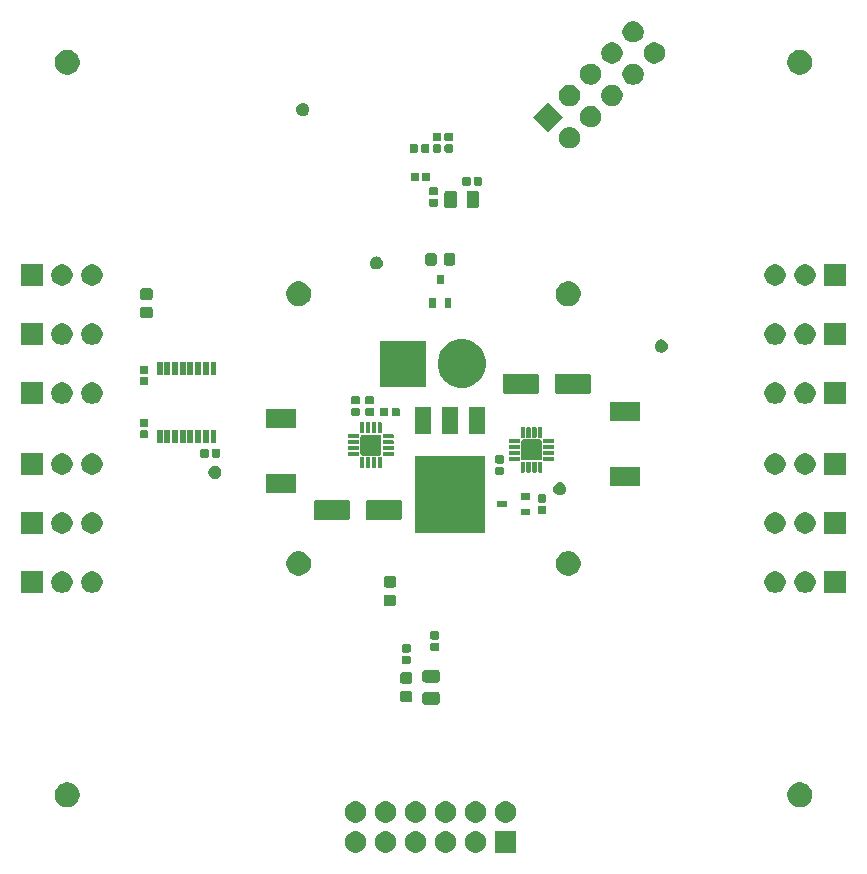
<source format=gbs>
G04 #@! TF.GenerationSoftware,KiCad,Pcbnew,5.1.5*
G04 #@! TF.CreationDate,2020-04-28T07:55:38-04:00*
G04 #@! TF.ProjectId,ball-spider,62616c6c-2d73-4706-9964-65722e6b6963,rev?*
G04 #@! TF.SameCoordinates,Original*
G04 #@! TF.FileFunction,Soldermask,Bot*
G04 #@! TF.FilePolarity,Negative*
%FSLAX46Y46*%
G04 Gerber Fmt 4.6, Leading zero omitted, Abs format (unit mm)*
G04 Created by KiCad (PCBNEW 5.1.5) date 2020-04-28 07:55:38*
%MOMM*%
%LPD*%
G04 APERTURE LIST*
%ADD10C,0.100000*%
G04 APERTURE END LIST*
D10*
G36*
X57000800Y-85900800D02*
G01*
X55199200Y-85900800D01*
X55199200Y-84099200D01*
X57000800Y-84099200D01*
X57000800Y-85900800D01*
G37*
G36*
X53822754Y-84133817D02*
G01*
X53986689Y-84201721D01*
X54134227Y-84300303D01*
X54259697Y-84425773D01*
X54358279Y-84573311D01*
X54426183Y-84737246D01*
X54460800Y-84911279D01*
X54460800Y-85088721D01*
X54426183Y-85262754D01*
X54358279Y-85426689D01*
X54259697Y-85574227D01*
X54134227Y-85699697D01*
X53986689Y-85798279D01*
X53822754Y-85866183D01*
X53648721Y-85900800D01*
X53471279Y-85900800D01*
X53297246Y-85866183D01*
X53133311Y-85798279D01*
X52985773Y-85699697D01*
X52860303Y-85574227D01*
X52761721Y-85426689D01*
X52693817Y-85262754D01*
X52659200Y-85088721D01*
X52659200Y-84911279D01*
X52693817Y-84737246D01*
X52761721Y-84573311D01*
X52860303Y-84425773D01*
X52985773Y-84300303D01*
X53133311Y-84201721D01*
X53297246Y-84133817D01*
X53471279Y-84099200D01*
X53648721Y-84099200D01*
X53822754Y-84133817D01*
G37*
G36*
X51282754Y-84133817D02*
G01*
X51446689Y-84201721D01*
X51594227Y-84300303D01*
X51719697Y-84425773D01*
X51818279Y-84573311D01*
X51886183Y-84737246D01*
X51920800Y-84911279D01*
X51920800Y-85088721D01*
X51886183Y-85262754D01*
X51818279Y-85426689D01*
X51719697Y-85574227D01*
X51594227Y-85699697D01*
X51446689Y-85798279D01*
X51282754Y-85866183D01*
X51108721Y-85900800D01*
X50931279Y-85900800D01*
X50757246Y-85866183D01*
X50593311Y-85798279D01*
X50445773Y-85699697D01*
X50320303Y-85574227D01*
X50221721Y-85426689D01*
X50153817Y-85262754D01*
X50119200Y-85088721D01*
X50119200Y-84911279D01*
X50153817Y-84737246D01*
X50221721Y-84573311D01*
X50320303Y-84425773D01*
X50445773Y-84300303D01*
X50593311Y-84201721D01*
X50757246Y-84133817D01*
X50931279Y-84099200D01*
X51108721Y-84099200D01*
X51282754Y-84133817D01*
G37*
G36*
X48742754Y-84133817D02*
G01*
X48906689Y-84201721D01*
X49054227Y-84300303D01*
X49179697Y-84425773D01*
X49278279Y-84573311D01*
X49346183Y-84737246D01*
X49380800Y-84911279D01*
X49380800Y-85088721D01*
X49346183Y-85262754D01*
X49278279Y-85426689D01*
X49179697Y-85574227D01*
X49054227Y-85699697D01*
X48906689Y-85798279D01*
X48742754Y-85866183D01*
X48568721Y-85900800D01*
X48391279Y-85900800D01*
X48217246Y-85866183D01*
X48053311Y-85798279D01*
X47905773Y-85699697D01*
X47780303Y-85574227D01*
X47681721Y-85426689D01*
X47613817Y-85262754D01*
X47579200Y-85088721D01*
X47579200Y-84911279D01*
X47613817Y-84737246D01*
X47681721Y-84573311D01*
X47780303Y-84425773D01*
X47905773Y-84300303D01*
X48053311Y-84201721D01*
X48217246Y-84133817D01*
X48391279Y-84099200D01*
X48568721Y-84099200D01*
X48742754Y-84133817D01*
G37*
G36*
X43662754Y-84133817D02*
G01*
X43826689Y-84201721D01*
X43974227Y-84300303D01*
X44099697Y-84425773D01*
X44198279Y-84573311D01*
X44266183Y-84737246D01*
X44300800Y-84911279D01*
X44300800Y-85088721D01*
X44266183Y-85262754D01*
X44198279Y-85426689D01*
X44099697Y-85574227D01*
X43974227Y-85699697D01*
X43826689Y-85798279D01*
X43662754Y-85866183D01*
X43488721Y-85900800D01*
X43311279Y-85900800D01*
X43137246Y-85866183D01*
X42973311Y-85798279D01*
X42825773Y-85699697D01*
X42700303Y-85574227D01*
X42601721Y-85426689D01*
X42533817Y-85262754D01*
X42499200Y-85088721D01*
X42499200Y-84911279D01*
X42533817Y-84737246D01*
X42601721Y-84573311D01*
X42700303Y-84425773D01*
X42825773Y-84300303D01*
X42973311Y-84201721D01*
X43137246Y-84133817D01*
X43311279Y-84099200D01*
X43488721Y-84099200D01*
X43662754Y-84133817D01*
G37*
G36*
X46202754Y-84133817D02*
G01*
X46366689Y-84201721D01*
X46514227Y-84300303D01*
X46639697Y-84425773D01*
X46738279Y-84573311D01*
X46806183Y-84737246D01*
X46840800Y-84911279D01*
X46840800Y-85088721D01*
X46806183Y-85262754D01*
X46738279Y-85426689D01*
X46639697Y-85574227D01*
X46514227Y-85699697D01*
X46366689Y-85798279D01*
X46202754Y-85866183D01*
X46028721Y-85900800D01*
X45851279Y-85900800D01*
X45677246Y-85866183D01*
X45513311Y-85798279D01*
X45365773Y-85699697D01*
X45240303Y-85574227D01*
X45141721Y-85426689D01*
X45073817Y-85262754D01*
X45039200Y-85088721D01*
X45039200Y-84911279D01*
X45073817Y-84737246D01*
X45141721Y-84573311D01*
X45240303Y-84425773D01*
X45365773Y-84300303D01*
X45513311Y-84201721D01*
X45677246Y-84133817D01*
X45851279Y-84099200D01*
X46028721Y-84099200D01*
X46202754Y-84133817D01*
G37*
G36*
X53822754Y-81593817D02*
G01*
X53986689Y-81661721D01*
X54134227Y-81760303D01*
X54259697Y-81885773D01*
X54358279Y-82033311D01*
X54426183Y-82197246D01*
X54460800Y-82371279D01*
X54460800Y-82548721D01*
X54426183Y-82722754D01*
X54358279Y-82886689D01*
X54259697Y-83034227D01*
X54134227Y-83159697D01*
X53986689Y-83258279D01*
X53822754Y-83326183D01*
X53648721Y-83360800D01*
X53471279Y-83360800D01*
X53297246Y-83326183D01*
X53133311Y-83258279D01*
X52985773Y-83159697D01*
X52860303Y-83034227D01*
X52761721Y-82886689D01*
X52693817Y-82722754D01*
X52659200Y-82548721D01*
X52659200Y-82371279D01*
X52693817Y-82197246D01*
X52761721Y-82033311D01*
X52860303Y-81885773D01*
X52985773Y-81760303D01*
X53133311Y-81661721D01*
X53297246Y-81593817D01*
X53471279Y-81559200D01*
X53648721Y-81559200D01*
X53822754Y-81593817D01*
G37*
G36*
X56362754Y-81593817D02*
G01*
X56526689Y-81661721D01*
X56674227Y-81760303D01*
X56799697Y-81885773D01*
X56898279Y-82033311D01*
X56966183Y-82197246D01*
X57000800Y-82371279D01*
X57000800Y-82548721D01*
X56966183Y-82722754D01*
X56898279Y-82886689D01*
X56799697Y-83034227D01*
X56674227Y-83159697D01*
X56526689Y-83258279D01*
X56362754Y-83326183D01*
X56188721Y-83360800D01*
X56011279Y-83360800D01*
X55837246Y-83326183D01*
X55673311Y-83258279D01*
X55525773Y-83159697D01*
X55400303Y-83034227D01*
X55301721Y-82886689D01*
X55233817Y-82722754D01*
X55199200Y-82548721D01*
X55199200Y-82371279D01*
X55233817Y-82197246D01*
X55301721Y-82033311D01*
X55400303Y-81885773D01*
X55525773Y-81760303D01*
X55673311Y-81661721D01*
X55837246Y-81593817D01*
X56011279Y-81559200D01*
X56188721Y-81559200D01*
X56362754Y-81593817D01*
G37*
G36*
X51282754Y-81593817D02*
G01*
X51446689Y-81661721D01*
X51594227Y-81760303D01*
X51719697Y-81885773D01*
X51818279Y-82033311D01*
X51886183Y-82197246D01*
X51920800Y-82371279D01*
X51920800Y-82548721D01*
X51886183Y-82722754D01*
X51818279Y-82886689D01*
X51719697Y-83034227D01*
X51594227Y-83159697D01*
X51446689Y-83258279D01*
X51282754Y-83326183D01*
X51108721Y-83360800D01*
X50931279Y-83360800D01*
X50757246Y-83326183D01*
X50593311Y-83258279D01*
X50445773Y-83159697D01*
X50320303Y-83034227D01*
X50221721Y-82886689D01*
X50153817Y-82722754D01*
X50119200Y-82548721D01*
X50119200Y-82371279D01*
X50153817Y-82197246D01*
X50221721Y-82033311D01*
X50320303Y-81885773D01*
X50445773Y-81760303D01*
X50593311Y-81661721D01*
X50757246Y-81593817D01*
X50931279Y-81559200D01*
X51108721Y-81559200D01*
X51282754Y-81593817D01*
G37*
G36*
X48742754Y-81593817D02*
G01*
X48906689Y-81661721D01*
X49054227Y-81760303D01*
X49179697Y-81885773D01*
X49278279Y-82033311D01*
X49346183Y-82197246D01*
X49380800Y-82371279D01*
X49380800Y-82548721D01*
X49346183Y-82722754D01*
X49278279Y-82886689D01*
X49179697Y-83034227D01*
X49054227Y-83159697D01*
X48906689Y-83258279D01*
X48742754Y-83326183D01*
X48568721Y-83360800D01*
X48391279Y-83360800D01*
X48217246Y-83326183D01*
X48053311Y-83258279D01*
X47905773Y-83159697D01*
X47780303Y-83034227D01*
X47681721Y-82886689D01*
X47613817Y-82722754D01*
X47579200Y-82548721D01*
X47579200Y-82371279D01*
X47613817Y-82197246D01*
X47681721Y-82033311D01*
X47780303Y-81885773D01*
X47905773Y-81760303D01*
X48053311Y-81661721D01*
X48217246Y-81593817D01*
X48391279Y-81559200D01*
X48568721Y-81559200D01*
X48742754Y-81593817D01*
G37*
G36*
X43662754Y-81593817D02*
G01*
X43826689Y-81661721D01*
X43974227Y-81760303D01*
X44099697Y-81885773D01*
X44198279Y-82033311D01*
X44266183Y-82197246D01*
X44300800Y-82371279D01*
X44300800Y-82548721D01*
X44266183Y-82722754D01*
X44198279Y-82886689D01*
X44099697Y-83034227D01*
X43974227Y-83159697D01*
X43826689Y-83258279D01*
X43662754Y-83326183D01*
X43488721Y-83360800D01*
X43311279Y-83360800D01*
X43137246Y-83326183D01*
X42973311Y-83258279D01*
X42825773Y-83159697D01*
X42700303Y-83034227D01*
X42601721Y-82886689D01*
X42533817Y-82722754D01*
X42499200Y-82548721D01*
X42499200Y-82371279D01*
X42533817Y-82197246D01*
X42601721Y-82033311D01*
X42700303Y-81885773D01*
X42825773Y-81760303D01*
X42973311Y-81661721D01*
X43137246Y-81593817D01*
X43311279Y-81559200D01*
X43488721Y-81559200D01*
X43662754Y-81593817D01*
G37*
G36*
X46202754Y-81593817D02*
G01*
X46366689Y-81661721D01*
X46514227Y-81760303D01*
X46639697Y-81885773D01*
X46738279Y-82033311D01*
X46806183Y-82197246D01*
X46840800Y-82371279D01*
X46840800Y-82548721D01*
X46806183Y-82722754D01*
X46738279Y-82886689D01*
X46639697Y-83034227D01*
X46514227Y-83159697D01*
X46366689Y-83258279D01*
X46202754Y-83326183D01*
X46028721Y-83360800D01*
X45851279Y-83360800D01*
X45677246Y-83326183D01*
X45513311Y-83258279D01*
X45365773Y-83159697D01*
X45240303Y-83034227D01*
X45141721Y-82886689D01*
X45073817Y-82722754D01*
X45039200Y-82548721D01*
X45039200Y-82371279D01*
X45073817Y-82197246D01*
X45141721Y-82033311D01*
X45240303Y-81885773D01*
X45365773Y-81760303D01*
X45513311Y-81661721D01*
X45677246Y-81593817D01*
X45851279Y-81559200D01*
X46028721Y-81559200D01*
X46202754Y-81593817D01*
G37*
G36*
X19299876Y-79996214D02*
G01*
X19491109Y-80075425D01*
X19663215Y-80190423D01*
X19809577Y-80336785D01*
X19924575Y-80508891D01*
X20003786Y-80700124D01*
X20044168Y-80903137D01*
X20044168Y-81110127D01*
X20003786Y-81313140D01*
X19924575Y-81504373D01*
X19809577Y-81676479D01*
X19663215Y-81822841D01*
X19491109Y-81937839D01*
X19299876Y-82017050D01*
X19096863Y-82057432D01*
X18889873Y-82057432D01*
X18686860Y-82017050D01*
X18495627Y-81937839D01*
X18323521Y-81822841D01*
X18177159Y-81676479D01*
X18062161Y-81504373D01*
X17982950Y-81313140D01*
X17942568Y-81110127D01*
X17942568Y-80903137D01*
X17982950Y-80700124D01*
X18062161Y-80508891D01*
X18177159Y-80336785D01*
X18323521Y-80190423D01*
X18495627Y-80075425D01*
X18686860Y-79996214D01*
X18889873Y-79955832D01*
X19096863Y-79955832D01*
X19299876Y-79996214D01*
G37*
G36*
X81313140Y-79996214D02*
G01*
X81504373Y-80075425D01*
X81676479Y-80190423D01*
X81822841Y-80336785D01*
X81937839Y-80508891D01*
X82017050Y-80700124D01*
X82057432Y-80903137D01*
X82057432Y-81110127D01*
X82017050Y-81313140D01*
X81937839Y-81504373D01*
X81822841Y-81676479D01*
X81676479Y-81822841D01*
X81504373Y-81937839D01*
X81313140Y-82017050D01*
X81110127Y-82057432D01*
X80903137Y-82057432D01*
X80700124Y-82017050D01*
X80508891Y-81937839D01*
X80336785Y-81822841D01*
X80190423Y-81676479D01*
X80075425Y-81504373D01*
X79996214Y-81313140D01*
X79955832Y-81110127D01*
X79955832Y-80903137D01*
X79996214Y-80700124D01*
X80075425Y-80508891D01*
X80190423Y-80336785D01*
X80336785Y-80190423D01*
X80508891Y-80075425D01*
X80700124Y-79996214D01*
X80903137Y-79955832D01*
X81110127Y-79955832D01*
X81313140Y-79996214D01*
G37*
G36*
X50354552Y-72304124D02*
G01*
X50400237Y-72317982D01*
X50442333Y-72340483D01*
X50479234Y-72370766D01*
X50509517Y-72407667D01*
X50532018Y-72449763D01*
X50545876Y-72495448D01*
X50550800Y-72545442D01*
X50550800Y-73129558D01*
X50545876Y-73179552D01*
X50532018Y-73225237D01*
X50509517Y-73267333D01*
X50479234Y-73304234D01*
X50442333Y-73334517D01*
X50400237Y-73357018D01*
X50354552Y-73370876D01*
X50304558Y-73375800D01*
X49295442Y-73375800D01*
X49245448Y-73370876D01*
X49199763Y-73357018D01*
X49157667Y-73334517D01*
X49120766Y-73304234D01*
X49090483Y-73267333D01*
X49067982Y-73225237D01*
X49054124Y-73179552D01*
X49049200Y-73129558D01*
X49049200Y-72545442D01*
X49054124Y-72495448D01*
X49067982Y-72449763D01*
X49090483Y-72407667D01*
X49120766Y-72370766D01*
X49157667Y-72340483D01*
X49199763Y-72317982D01*
X49245448Y-72304124D01*
X49295442Y-72299200D01*
X50304558Y-72299200D01*
X50354552Y-72304124D01*
G37*
G36*
X48049674Y-72203643D02*
G01*
X48090667Y-72216078D01*
X48128448Y-72236273D01*
X48161556Y-72263444D01*
X48188727Y-72296552D01*
X48208922Y-72334333D01*
X48221357Y-72375326D01*
X48225800Y-72420441D01*
X48225800Y-72954559D01*
X48221357Y-72999674D01*
X48208922Y-73040667D01*
X48188727Y-73078448D01*
X48161556Y-73111556D01*
X48128448Y-73138727D01*
X48090667Y-73158922D01*
X48049674Y-73171357D01*
X48004559Y-73175800D01*
X47395441Y-73175800D01*
X47350326Y-73171357D01*
X47309333Y-73158922D01*
X47271552Y-73138727D01*
X47238444Y-73111556D01*
X47211273Y-73078448D01*
X47191078Y-73040667D01*
X47178643Y-72999674D01*
X47174200Y-72954559D01*
X47174200Y-72420441D01*
X47178643Y-72375326D01*
X47191078Y-72334333D01*
X47211273Y-72296552D01*
X47238444Y-72263444D01*
X47271552Y-72236273D01*
X47309333Y-72216078D01*
X47350326Y-72203643D01*
X47395441Y-72199200D01*
X48004559Y-72199200D01*
X48049674Y-72203643D01*
G37*
G36*
X48049674Y-70628643D02*
G01*
X48090667Y-70641078D01*
X48128448Y-70661273D01*
X48161556Y-70688444D01*
X48188727Y-70721552D01*
X48208922Y-70759333D01*
X48221357Y-70800326D01*
X48225800Y-70845441D01*
X48225800Y-71379559D01*
X48221357Y-71424674D01*
X48208922Y-71465667D01*
X48188727Y-71503448D01*
X48161556Y-71536556D01*
X48128448Y-71563727D01*
X48090667Y-71583922D01*
X48049674Y-71596357D01*
X48004559Y-71600800D01*
X47395441Y-71600800D01*
X47350326Y-71596357D01*
X47309333Y-71583922D01*
X47271552Y-71563727D01*
X47238444Y-71536556D01*
X47211273Y-71503448D01*
X47191078Y-71465667D01*
X47178643Y-71424674D01*
X47174200Y-71379559D01*
X47174200Y-70845441D01*
X47178643Y-70800326D01*
X47191078Y-70759333D01*
X47211273Y-70721552D01*
X47238444Y-70688444D01*
X47271552Y-70661273D01*
X47309333Y-70641078D01*
X47350326Y-70628643D01*
X47395441Y-70624200D01*
X48004559Y-70624200D01*
X48049674Y-70628643D01*
G37*
G36*
X50354552Y-70429124D02*
G01*
X50400237Y-70442982D01*
X50442333Y-70465483D01*
X50479234Y-70495766D01*
X50509517Y-70532667D01*
X50532018Y-70574763D01*
X50545876Y-70620448D01*
X50550800Y-70670442D01*
X50550800Y-71254558D01*
X50545876Y-71304552D01*
X50532018Y-71350237D01*
X50509517Y-71392333D01*
X50479234Y-71429234D01*
X50442333Y-71459517D01*
X50400237Y-71482018D01*
X50354552Y-71495876D01*
X50304558Y-71500800D01*
X49295442Y-71500800D01*
X49245448Y-71495876D01*
X49199763Y-71482018D01*
X49157667Y-71459517D01*
X49120766Y-71429234D01*
X49090483Y-71392333D01*
X49067982Y-71350237D01*
X49054124Y-71304552D01*
X49049200Y-71254558D01*
X49049200Y-70670442D01*
X49054124Y-70620448D01*
X49067982Y-70574763D01*
X49090483Y-70532667D01*
X49120766Y-70495766D01*
X49157667Y-70465483D01*
X49199763Y-70442982D01*
X49245448Y-70429124D01*
X49295442Y-70424200D01*
X50304558Y-70424200D01*
X50354552Y-70429124D01*
G37*
G36*
X47952027Y-69242275D02*
G01*
X47979650Y-69250654D01*
X48005113Y-69264264D01*
X48027425Y-69282575D01*
X48045736Y-69304887D01*
X48059346Y-69330350D01*
X48067725Y-69357973D01*
X48070800Y-69389191D01*
X48070800Y-69780809D01*
X48067725Y-69812027D01*
X48059346Y-69839650D01*
X48045736Y-69865113D01*
X48027425Y-69887425D01*
X48005113Y-69905736D01*
X47979650Y-69919346D01*
X47952027Y-69927725D01*
X47920809Y-69930800D01*
X47479191Y-69930800D01*
X47447973Y-69927725D01*
X47420350Y-69919346D01*
X47394887Y-69905736D01*
X47372575Y-69887425D01*
X47354264Y-69865113D01*
X47340654Y-69839650D01*
X47332275Y-69812027D01*
X47329200Y-69780809D01*
X47329200Y-69389191D01*
X47332275Y-69357973D01*
X47340654Y-69330350D01*
X47354264Y-69304887D01*
X47372575Y-69282575D01*
X47394887Y-69264264D01*
X47420350Y-69250654D01*
X47447973Y-69242275D01*
X47479191Y-69239200D01*
X47920809Y-69239200D01*
X47952027Y-69242275D01*
G37*
G36*
X47952027Y-68272275D02*
G01*
X47979650Y-68280654D01*
X48005113Y-68294264D01*
X48027425Y-68312575D01*
X48045736Y-68334887D01*
X48059346Y-68360350D01*
X48067725Y-68387973D01*
X48070800Y-68419191D01*
X48070800Y-68810809D01*
X48067725Y-68842027D01*
X48059346Y-68869650D01*
X48045736Y-68895113D01*
X48027425Y-68917425D01*
X48005113Y-68935736D01*
X47979650Y-68949346D01*
X47952027Y-68957725D01*
X47920809Y-68960800D01*
X47479191Y-68960800D01*
X47447973Y-68957725D01*
X47420350Y-68949346D01*
X47394887Y-68935736D01*
X47372575Y-68917425D01*
X47354264Y-68895113D01*
X47340654Y-68869650D01*
X47332275Y-68842027D01*
X47329200Y-68810809D01*
X47329200Y-68419191D01*
X47332275Y-68387973D01*
X47340654Y-68360350D01*
X47354264Y-68334887D01*
X47372575Y-68312575D01*
X47394887Y-68294264D01*
X47420350Y-68280654D01*
X47447973Y-68272275D01*
X47479191Y-68269200D01*
X47920809Y-68269200D01*
X47952027Y-68272275D01*
G37*
G36*
X50352027Y-68142275D02*
G01*
X50379650Y-68150654D01*
X50405113Y-68164264D01*
X50427425Y-68182575D01*
X50445736Y-68204887D01*
X50459346Y-68230350D01*
X50467725Y-68257973D01*
X50470800Y-68289191D01*
X50470800Y-68680809D01*
X50467725Y-68712027D01*
X50459346Y-68739650D01*
X50445736Y-68765113D01*
X50427425Y-68787425D01*
X50405113Y-68805736D01*
X50379650Y-68819346D01*
X50352027Y-68827725D01*
X50320809Y-68830800D01*
X49879191Y-68830800D01*
X49847973Y-68827725D01*
X49820350Y-68819346D01*
X49794887Y-68805736D01*
X49772575Y-68787425D01*
X49754264Y-68765113D01*
X49740654Y-68739650D01*
X49732275Y-68712027D01*
X49729200Y-68680809D01*
X49729200Y-68289191D01*
X49732275Y-68257973D01*
X49740654Y-68230350D01*
X49754264Y-68204887D01*
X49772575Y-68182575D01*
X49794887Y-68164264D01*
X49820350Y-68150654D01*
X49847973Y-68142275D01*
X49879191Y-68139200D01*
X50320809Y-68139200D01*
X50352027Y-68142275D01*
G37*
G36*
X50352027Y-67172275D02*
G01*
X50379650Y-67180654D01*
X50405113Y-67194264D01*
X50427425Y-67212575D01*
X50445736Y-67234887D01*
X50459346Y-67260350D01*
X50467725Y-67287973D01*
X50470800Y-67319191D01*
X50470800Y-67710809D01*
X50467725Y-67742027D01*
X50459346Y-67769650D01*
X50445736Y-67795113D01*
X50427425Y-67817425D01*
X50405113Y-67835736D01*
X50379650Y-67849346D01*
X50352027Y-67857725D01*
X50320809Y-67860800D01*
X49879191Y-67860800D01*
X49847973Y-67857725D01*
X49820350Y-67849346D01*
X49794887Y-67835736D01*
X49772575Y-67817425D01*
X49754264Y-67795113D01*
X49740654Y-67769650D01*
X49732275Y-67742027D01*
X49729200Y-67710809D01*
X49729200Y-67319191D01*
X49732275Y-67287973D01*
X49740654Y-67260350D01*
X49754264Y-67234887D01*
X49772575Y-67212575D01*
X49794887Y-67194264D01*
X49820350Y-67180654D01*
X49847973Y-67172275D01*
X49879191Y-67169200D01*
X50320809Y-67169200D01*
X50352027Y-67172275D01*
G37*
G36*
X46649674Y-64063643D02*
G01*
X46690667Y-64076078D01*
X46728448Y-64096273D01*
X46761556Y-64123444D01*
X46788727Y-64156552D01*
X46808922Y-64194333D01*
X46821357Y-64235326D01*
X46825800Y-64280441D01*
X46825800Y-64814559D01*
X46821357Y-64859674D01*
X46808922Y-64900667D01*
X46788727Y-64938448D01*
X46761556Y-64971556D01*
X46728448Y-64998727D01*
X46690667Y-65018922D01*
X46649674Y-65031357D01*
X46604559Y-65035800D01*
X45995441Y-65035800D01*
X45950326Y-65031357D01*
X45909333Y-65018922D01*
X45871552Y-64998727D01*
X45838444Y-64971556D01*
X45811273Y-64938448D01*
X45791078Y-64900667D01*
X45778643Y-64859674D01*
X45774200Y-64814559D01*
X45774200Y-64280441D01*
X45778643Y-64235326D01*
X45791078Y-64194333D01*
X45811273Y-64156552D01*
X45838444Y-64123444D01*
X45871552Y-64096273D01*
X45909333Y-64076078D01*
X45950326Y-64063643D01*
X45995441Y-64059200D01*
X46604559Y-64059200D01*
X46649674Y-64063643D01*
G37*
G36*
X84900800Y-63900800D02*
G01*
X83099200Y-63900800D01*
X83099200Y-62099200D01*
X84900800Y-62099200D01*
X84900800Y-63900800D01*
G37*
G36*
X81722754Y-62133817D02*
G01*
X81886689Y-62201721D01*
X82034227Y-62300303D01*
X82159697Y-62425773D01*
X82258279Y-62573311D01*
X82326183Y-62737246D01*
X82360800Y-62911279D01*
X82360800Y-63088721D01*
X82326183Y-63262754D01*
X82258279Y-63426689D01*
X82159697Y-63574227D01*
X82034227Y-63699697D01*
X81886689Y-63798279D01*
X81722754Y-63866183D01*
X81548721Y-63900800D01*
X81371279Y-63900800D01*
X81197246Y-63866183D01*
X81033311Y-63798279D01*
X80885773Y-63699697D01*
X80760303Y-63574227D01*
X80661721Y-63426689D01*
X80593817Y-63262754D01*
X80559200Y-63088721D01*
X80559200Y-62911279D01*
X80593817Y-62737246D01*
X80661721Y-62573311D01*
X80760303Y-62425773D01*
X80885773Y-62300303D01*
X81033311Y-62201721D01*
X81197246Y-62133817D01*
X81371279Y-62099200D01*
X81548721Y-62099200D01*
X81722754Y-62133817D01*
G37*
G36*
X79182754Y-62133817D02*
G01*
X79346689Y-62201721D01*
X79494227Y-62300303D01*
X79619697Y-62425773D01*
X79718279Y-62573311D01*
X79786183Y-62737246D01*
X79820800Y-62911279D01*
X79820800Y-63088721D01*
X79786183Y-63262754D01*
X79718279Y-63426689D01*
X79619697Y-63574227D01*
X79494227Y-63699697D01*
X79346689Y-63798279D01*
X79182754Y-63866183D01*
X79008721Y-63900800D01*
X78831279Y-63900800D01*
X78657246Y-63866183D01*
X78493311Y-63798279D01*
X78345773Y-63699697D01*
X78220303Y-63574227D01*
X78121721Y-63426689D01*
X78053817Y-63262754D01*
X78019200Y-63088721D01*
X78019200Y-62911279D01*
X78053817Y-62737246D01*
X78121721Y-62573311D01*
X78220303Y-62425773D01*
X78345773Y-62300303D01*
X78493311Y-62201721D01*
X78657246Y-62133817D01*
X78831279Y-62099200D01*
X79008721Y-62099200D01*
X79182754Y-62133817D01*
G37*
G36*
X18802754Y-62133817D02*
G01*
X18966689Y-62201721D01*
X19114227Y-62300303D01*
X19239697Y-62425773D01*
X19338279Y-62573311D01*
X19406183Y-62737246D01*
X19440800Y-62911279D01*
X19440800Y-63088721D01*
X19406183Y-63262754D01*
X19338279Y-63426689D01*
X19239697Y-63574227D01*
X19114227Y-63699697D01*
X18966689Y-63798279D01*
X18802754Y-63866183D01*
X18628721Y-63900800D01*
X18451279Y-63900800D01*
X18277246Y-63866183D01*
X18113311Y-63798279D01*
X17965773Y-63699697D01*
X17840303Y-63574227D01*
X17741721Y-63426689D01*
X17673817Y-63262754D01*
X17639200Y-63088721D01*
X17639200Y-62911279D01*
X17673817Y-62737246D01*
X17741721Y-62573311D01*
X17840303Y-62425773D01*
X17965773Y-62300303D01*
X18113311Y-62201721D01*
X18277246Y-62133817D01*
X18451279Y-62099200D01*
X18628721Y-62099200D01*
X18802754Y-62133817D01*
G37*
G36*
X16900800Y-63900800D02*
G01*
X15099200Y-63900800D01*
X15099200Y-62099200D01*
X16900800Y-62099200D01*
X16900800Y-63900800D01*
G37*
G36*
X21342754Y-62133817D02*
G01*
X21506689Y-62201721D01*
X21654227Y-62300303D01*
X21779697Y-62425773D01*
X21878279Y-62573311D01*
X21946183Y-62737246D01*
X21980800Y-62911279D01*
X21980800Y-63088721D01*
X21946183Y-63262754D01*
X21878279Y-63426689D01*
X21779697Y-63574227D01*
X21654227Y-63699697D01*
X21506689Y-63798279D01*
X21342754Y-63866183D01*
X21168721Y-63900800D01*
X20991279Y-63900800D01*
X20817246Y-63866183D01*
X20653311Y-63798279D01*
X20505773Y-63699697D01*
X20380303Y-63574227D01*
X20281721Y-63426689D01*
X20213817Y-63262754D01*
X20179200Y-63088721D01*
X20179200Y-62911279D01*
X20213817Y-62737246D01*
X20281721Y-62573311D01*
X20380303Y-62425773D01*
X20505773Y-62300303D01*
X20653311Y-62201721D01*
X20817246Y-62133817D01*
X20991279Y-62099200D01*
X21168721Y-62099200D01*
X21342754Y-62133817D01*
G37*
G36*
X46649674Y-62488643D02*
G01*
X46690667Y-62501078D01*
X46728448Y-62521273D01*
X46761556Y-62548444D01*
X46788727Y-62581552D01*
X46808922Y-62619333D01*
X46821357Y-62660326D01*
X46825800Y-62705441D01*
X46825800Y-63239559D01*
X46821357Y-63284674D01*
X46808922Y-63325667D01*
X46788727Y-63363448D01*
X46761556Y-63396556D01*
X46728448Y-63423727D01*
X46690667Y-63443922D01*
X46649674Y-63456357D01*
X46604559Y-63460800D01*
X45995441Y-63460800D01*
X45950326Y-63456357D01*
X45909333Y-63443922D01*
X45871552Y-63423727D01*
X45838444Y-63396556D01*
X45811273Y-63363448D01*
X45791078Y-63325667D01*
X45778643Y-63284674D01*
X45774200Y-63239559D01*
X45774200Y-62705441D01*
X45778643Y-62660326D01*
X45791078Y-62619333D01*
X45811273Y-62581552D01*
X45838444Y-62548444D01*
X45871552Y-62521273D01*
X45909333Y-62501078D01*
X45950326Y-62488643D01*
X45995441Y-62484200D01*
X46604559Y-62484200D01*
X46649674Y-62488643D01*
G37*
G36*
X38886733Y-60409357D02*
G01*
X39077966Y-60488568D01*
X39250072Y-60603566D01*
X39396434Y-60749928D01*
X39511432Y-60922034D01*
X39590643Y-61113267D01*
X39631025Y-61316280D01*
X39631025Y-61523270D01*
X39590643Y-61726283D01*
X39511432Y-61917516D01*
X39396434Y-62089622D01*
X39250072Y-62235984D01*
X39077966Y-62350982D01*
X38886733Y-62430193D01*
X38683720Y-62470575D01*
X38476730Y-62470575D01*
X38273717Y-62430193D01*
X38082484Y-62350982D01*
X37910378Y-62235984D01*
X37764016Y-62089622D01*
X37649018Y-61917516D01*
X37569807Y-61726283D01*
X37529425Y-61523270D01*
X37529425Y-61316280D01*
X37569807Y-61113267D01*
X37649018Y-60922034D01*
X37764016Y-60749928D01*
X37910378Y-60603566D01*
X38082484Y-60488568D01*
X38273717Y-60409357D01*
X38476730Y-60368975D01*
X38683720Y-60368975D01*
X38886733Y-60409357D01*
G37*
G36*
X61726283Y-60409357D02*
G01*
X61917516Y-60488568D01*
X62089622Y-60603566D01*
X62235984Y-60749928D01*
X62350982Y-60922034D01*
X62430193Y-61113267D01*
X62470575Y-61316280D01*
X62470575Y-61523270D01*
X62430193Y-61726283D01*
X62350982Y-61917516D01*
X62235984Y-62089622D01*
X62089622Y-62235984D01*
X61917516Y-62350982D01*
X61726283Y-62430193D01*
X61523270Y-62470575D01*
X61316280Y-62470575D01*
X61113267Y-62430193D01*
X60922034Y-62350982D01*
X60749928Y-62235984D01*
X60603566Y-62089622D01*
X60488568Y-61917516D01*
X60409357Y-61726283D01*
X60368975Y-61523270D01*
X60368975Y-61316280D01*
X60409357Y-61113267D01*
X60488568Y-60922034D01*
X60603566Y-60749928D01*
X60749928Y-60603566D01*
X60922034Y-60488568D01*
X61113267Y-60409357D01*
X61316280Y-60368975D01*
X61523270Y-60368975D01*
X61726283Y-60409357D01*
G37*
G36*
X16900800Y-58900800D02*
G01*
X15099200Y-58900800D01*
X15099200Y-57099200D01*
X16900800Y-57099200D01*
X16900800Y-58900800D01*
G37*
G36*
X21342754Y-57133817D02*
G01*
X21506689Y-57201721D01*
X21654227Y-57300303D01*
X21779697Y-57425773D01*
X21878279Y-57573311D01*
X21946183Y-57737246D01*
X21980800Y-57911279D01*
X21980800Y-58088721D01*
X21946183Y-58262754D01*
X21878279Y-58426689D01*
X21779697Y-58574227D01*
X21654227Y-58699697D01*
X21506689Y-58798279D01*
X21342754Y-58866183D01*
X21168721Y-58900800D01*
X20991279Y-58900800D01*
X20817246Y-58866183D01*
X20653311Y-58798279D01*
X20505773Y-58699697D01*
X20380303Y-58574227D01*
X20281721Y-58426689D01*
X20213817Y-58262754D01*
X20179200Y-58088721D01*
X20179200Y-57911279D01*
X20213817Y-57737246D01*
X20281721Y-57573311D01*
X20380303Y-57425773D01*
X20505773Y-57300303D01*
X20653311Y-57201721D01*
X20817246Y-57133817D01*
X20991279Y-57099200D01*
X21168721Y-57099200D01*
X21342754Y-57133817D01*
G37*
G36*
X79182754Y-57133817D02*
G01*
X79346689Y-57201721D01*
X79494227Y-57300303D01*
X79619697Y-57425773D01*
X79718279Y-57573311D01*
X79786183Y-57737246D01*
X79820800Y-57911279D01*
X79820800Y-58088721D01*
X79786183Y-58262754D01*
X79718279Y-58426689D01*
X79619697Y-58574227D01*
X79494227Y-58699697D01*
X79346689Y-58798279D01*
X79182754Y-58866183D01*
X79008721Y-58900800D01*
X78831279Y-58900800D01*
X78657246Y-58866183D01*
X78493311Y-58798279D01*
X78345773Y-58699697D01*
X78220303Y-58574227D01*
X78121721Y-58426689D01*
X78053817Y-58262754D01*
X78019200Y-58088721D01*
X78019200Y-57911279D01*
X78053817Y-57737246D01*
X78121721Y-57573311D01*
X78220303Y-57425773D01*
X78345773Y-57300303D01*
X78493311Y-57201721D01*
X78657246Y-57133817D01*
X78831279Y-57099200D01*
X79008721Y-57099200D01*
X79182754Y-57133817D01*
G37*
G36*
X81722754Y-57133817D02*
G01*
X81886689Y-57201721D01*
X82034227Y-57300303D01*
X82159697Y-57425773D01*
X82258279Y-57573311D01*
X82326183Y-57737246D01*
X82360800Y-57911279D01*
X82360800Y-58088721D01*
X82326183Y-58262754D01*
X82258279Y-58426689D01*
X82159697Y-58574227D01*
X82034227Y-58699697D01*
X81886689Y-58798279D01*
X81722754Y-58866183D01*
X81548721Y-58900800D01*
X81371279Y-58900800D01*
X81197246Y-58866183D01*
X81033311Y-58798279D01*
X80885773Y-58699697D01*
X80760303Y-58574227D01*
X80661721Y-58426689D01*
X80593817Y-58262754D01*
X80559200Y-58088721D01*
X80559200Y-57911279D01*
X80593817Y-57737246D01*
X80661721Y-57573311D01*
X80760303Y-57425773D01*
X80885773Y-57300303D01*
X81033311Y-57201721D01*
X81197246Y-57133817D01*
X81371279Y-57099200D01*
X81548721Y-57099200D01*
X81722754Y-57133817D01*
G37*
G36*
X84900800Y-58900800D02*
G01*
X83099200Y-58900800D01*
X83099200Y-57099200D01*
X84900800Y-57099200D01*
X84900800Y-58900800D01*
G37*
G36*
X18802754Y-57133817D02*
G01*
X18966689Y-57201721D01*
X19114227Y-57300303D01*
X19239697Y-57425773D01*
X19338279Y-57573311D01*
X19406183Y-57737246D01*
X19440800Y-57911279D01*
X19440800Y-58088721D01*
X19406183Y-58262754D01*
X19338279Y-58426689D01*
X19239697Y-58574227D01*
X19114227Y-58699697D01*
X18966689Y-58798279D01*
X18802754Y-58866183D01*
X18628721Y-58900800D01*
X18451279Y-58900800D01*
X18277246Y-58866183D01*
X18113311Y-58798279D01*
X17965773Y-58699697D01*
X17840303Y-58574227D01*
X17741721Y-58426689D01*
X17673817Y-58262754D01*
X17639200Y-58088721D01*
X17639200Y-57911279D01*
X17673817Y-57737246D01*
X17741721Y-57573311D01*
X17840303Y-57425773D01*
X17965773Y-57300303D01*
X18113311Y-57201721D01*
X18277246Y-57133817D01*
X18451279Y-57099200D01*
X18628721Y-57099200D01*
X18802754Y-57133817D01*
G37*
G36*
X54350800Y-58850800D02*
G01*
X48449200Y-58850800D01*
X48449200Y-52349200D01*
X54350800Y-52349200D01*
X54350800Y-58850800D01*
G37*
G36*
X42764855Y-56053878D02*
G01*
X42808138Y-56067008D01*
X42848024Y-56088328D01*
X42882983Y-56117017D01*
X42911672Y-56151976D01*
X42932992Y-56191862D01*
X42946122Y-56235145D01*
X42950800Y-56282642D01*
X42950800Y-57517358D01*
X42946122Y-57564855D01*
X42932992Y-57608138D01*
X42911672Y-57648024D01*
X42882983Y-57682983D01*
X42848024Y-57711672D01*
X42808138Y-57732992D01*
X42764855Y-57746122D01*
X42717358Y-57750800D01*
X40082642Y-57750800D01*
X40035145Y-57746122D01*
X39991862Y-57732992D01*
X39951976Y-57711672D01*
X39917017Y-57682983D01*
X39888328Y-57648024D01*
X39867008Y-57608138D01*
X39853878Y-57564855D01*
X39849200Y-57517358D01*
X39849200Y-56282642D01*
X39853878Y-56235145D01*
X39867008Y-56191862D01*
X39888328Y-56151976D01*
X39917017Y-56117017D01*
X39951976Y-56088328D01*
X39991862Y-56067008D01*
X40035145Y-56053878D01*
X40082642Y-56049200D01*
X42717358Y-56049200D01*
X42764855Y-56053878D01*
G37*
G36*
X47164855Y-56053878D02*
G01*
X47208138Y-56067008D01*
X47248024Y-56088328D01*
X47282983Y-56117017D01*
X47311672Y-56151976D01*
X47332992Y-56191862D01*
X47346122Y-56235145D01*
X47350800Y-56282642D01*
X47350800Y-57517358D01*
X47346122Y-57564855D01*
X47332992Y-57608138D01*
X47311672Y-57648024D01*
X47282983Y-57682983D01*
X47248024Y-57711672D01*
X47208138Y-57732992D01*
X47164855Y-57746122D01*
X47117358Y-57750800D01*
X44482642Y-57750800D01*
X44435145Y-57746122D01*
X44391862Y-57732992D01*
X44351976Y-57711672D01*
X44317017Y-57682983D01*
X44288328Y-57648024D01*
X44267008Y-57608138D01*
X44253878Y-57564855D01*
X44249200Y-57517358D01*
X44249200Y-56282642D01*
X44253878Y-56235145D01*
X44267008Y-56191862D01*
X44288328Y-56151976D01*
X44317017Y-56117017D01*
X44351976Y-56088328D01*
X44391862Y-56067008D01*
X44435145Y-56053878D01*
X44482642Y-56049200D01*
X47117358Y-56049200D01*
X47164855Y-56053878D01*
G37*
G36*
X58200800Y-57325800D02*
G01*
X57399200Y-57325800D01*
X57399200Y-56774200D01*
X58200800Y-56774200D01*
X58200800Y-57325800D01*
G37*
G36*
X59452027Y-56542275D02*
G01*
X59479650Y-56550654D01*
X59505113Y-56564264D01*
X59527425Y-56582575D01*
X59545736Y-56604887D01*
X59559346Y-56630350D01*
X59567725Y-56657973D01*
X59570800Y-56689191D01*
X59570800Y-57080809D01*
X59567725Y-57112027D01*
X59559346Y-57139650D01*
X59545736Y-57165113D01*
X59527425Y-57187425D01*
X59505113Y-57205736D01*
X59479650Y-57219346D01*
X59452027Y-57227725D01*
X59420809Y-57230800D01*
X58979191Y-57230800D01*
X58947973Y-57227725D01*
X58920350Y-57219346D01*
X58894887Y-57205736D01*
X58872575Y-57187425D01*
X58854264Y-57165113D01*
X58840654Y-57139650D01*
X58832275Y-57112027D01*
X58829200Y-57080809D01*
X58829200Y-56689191D01*
X58832275Y-56657973D01*
X58840654Y-56630350D01*
X58854264Y-56604887D01*
X58872575Y-56582575D01*
X58894887Y-56564264D01*
X58920350Y-56550654D01*
X58947973Y-56542275D01*
X58979191Y-56539200D01*
X59420809Y-56539200D01*
X59452027Y-56542275D01*
G37*
G36*
X56200800Y-56675800D02*
G01*
X55399200Y-56675800D01*
X55399200Y-56124200D01*
X56200800Y-56124200D01*
X56200800Y-56675800D01*
G37*
G36*
X59452027Y-55572275D02*
G01*
X59479650Y-55580654D01*
X59505113Y-55594264D01*
X59527425Y-55612575D01*
X59545736Y-55634887D01*
X59559346Y-55660350D01*
X59567725Y-55687973D01*
X59570800Y-55719191D01*
X59570800Y-56110809D01*
X59567725Y-56142027D01*
X59559346Y-56169650D01*
X59545736Y-56195113D01*
X59527425Y-56217425D01*
X59505113Y-56235736D01*
X59479650Y-56249346D01*
X59452027Y-56257725D01*
X59420809Y-56260800D01*
X58979191Y-56260800D01*
X58947973Y-56257725D01*
X58920350Y-56249346D01*
X58894887Y-56235736D01*
X58872575Y-56217425D01*
X58854264Y-56195113D01*
X58840654Y-56169650D01*
X58832275Y-56142027D01*
X58829200Y-56110809D01*
X58829200Y-55719191D01*
X58832275Y-55687973D01*
X58840654Y-55660350D01*
X58854264Y-55634887D01*
X58872575Y-55612575D01*
X58894887Y-55594264D01*
X58920350Y-55580654D01*
X58947973Y-55572275D01*
X58979191Y-55569200D01*
X59420809Y-55569200D01*
X59452027Y-55572275D01*
G37*
G36*
X58200800Y-56025800D02*
G01*
X57399200Y-56025800D01*
X57399200Y-55474200D01*
X58200800Y-55474200D01*
X58200800Y-56025800D01*
G37*
G36*
X60850663Y-54560367D02*
G01*
X60950902Y-54601887D01*
X61041116Y-54662166D01*
X61117834Y-54738884D01*
X61178113Y-54829098D01*
X61219633Y-54929337D01*
X61240800Y-55035751D01*
X61240800Y-55144249D01*
X61219633Y-55250663D01*
X61178113Y-55350902D01*
X61117834Y-55441116D01*
X61041116Y-55517834D01*
X60950902Y-55578113D01*
X60850663Y-55619633D01*
X60744249Y-55640800D01*
X60635751Y-55640800D01*
X60529337Y-55619633D01*
X60429098Y-55578113D01*
X60338884Y-55517834D01*
X60262166Y-55441116D01*
X60201887Y-55350902D01*
X60160367Y-55250663D01*
X60139200Y-55144249D01*
X60139200Y-55035751D01*
X60160367Y-54929337D01*
X60201887Y-54829098D01*
X60262166Y-54738884D01*
X60338884Y-54662166D01*
X60429098Y-54601887D01*
X60529337Y-54560367D01*
X60635751Y-54539200D01*
X60744249Y-54539200D01*
X60850663Y-54560367D01*
G37*
G36*
X38350800Y-55450800D02*
G01*
X35849200Y-55450800D01*
X35849200Y-53849200D01*
X38350800Y-53849200D01*
X38350800Y-55450800D01*
G37*
G36*
X67450800Y-54850800D02*
G01*
X64949200Y-54850800D01*
X64949200Y-53249200D01*
X67450800Y-53249200D01*
X67450800Y-54850800D01*
G37*
G36*
X31660663Y-53170367D02*
G01*
X31760902Y-53211887D01*
X31851116Y-53272166D01*
X31927834Y-53348884D01*
X31988113Y-53439098D01*
X32029633Y-53539337D01*
X32050800Y-53645751D01*
X32050800Y-53754249D01*
X32029633Y-53860663D01*
X31988113Y-53960902D01*
X31927834Y-54051116D01*
X31851116Y-54127834D01*
X31760902Y-54188113D01*
X31660663Y-54229633D01*
X31554249Y-54250800D01*
X31445751Y-54250800D01*
X31339337Y-54229633D01*
X31239098Y-54188113D01*
X31148884Y-54127834D01*
X31072166Y-54051116D01*
X31011887Y-53960902D01*
X30970367Y-53860663D01*
X30949200Y-53754249D01*
X30949200Y-53645751D01*
X30970367Y-53539337D01*
X31011887Y-53439098D01*
X31072166Y-53348884D01*
X31148884Y-53272166D01*
X31239098Y-53211887D01*
X31339337Y-53170367D01*
X31445751Y-53149200D01*
X31554249Y-53149200D01*
X31660663Y-53170367D01*
G37*
G36*
X55852027Y-53242275D02*
G01*
X55879650Y-53250654D01*
X55905113Y-53264264D01*
X55927425Y-53282575D01*
X55945736Y-53304887D01*
X55959346Y-53330350D01*
X55967725Y-53357973D01*
X55970800Y-53389191D01*
X55970800Y-53780809D01*
X55967725Y-53812027D01*
X55959346Y-53839650D01*
X55945736Y-53865113D01*
X55927425Y-53887425D01*
X55905113Y-53905736D01*
X55879650Y-53919346D01*
X55852027Y-53927725D01*
X55820809Y-53930800D01*
X55379191Y-53930800D01*
X55347973Y-53927725D01*
X55320350Y-53919346D01*
X55294887Y-53905736D01*
X55272575Y-53887425D01*
X55254264Y-53865113D01*
X55240654Y-53839650D01*
X55232275Y-53812027D01*
X55229200Y-53780809D01*
X55229200Y-53389191D01*
X55232275Y-53357973D01*
X55240654Y-53330350D01*
X55254264Y-53304887D01*
X55272575Y-53282575D01*
X55294887Y-53264264D01*
X55320350Y-53250654D01*
X55347973Y-53242275D01*
X55379191Y-53239200D01*
X55820809Y-53239200D01*
X55852027Y-53242275D01*
G37*
G36*
X81722754Y-52133817D02*
G01*
X81886689Y-52201721D01*
X82034227Y-52300303D01*
X82159697Y-52425773D01*
X82258279Y-52573311D01*
X82326183Y-52737246D01*
X82360800Y-52911279D01*
X82360800Y-53088721D01*
X82326183Y-53262754D01*
X82258279Y-53426689D01*
X82159697Y-53574227D01*
X82034227Y-53699697D01*
X81886689Y-53798279D01*
X81722754Y-53866183D01*
X81548721Y-53900800D01*
X81371279Y-53900800D01*
X81197246Y-53866183D01*
X81033311Y-53798279D01*
X80885773Y-53699697D01*
X80760303Y-53574227D01*
X80661721Y-53426689D01*
X80593817Y-53262754D01*
X80559200Y-53088721D01*
X80559200Y-52911279D01*
X80593817Y-52737246D01*
X80661721Y-52573311D01*
X80760303Y-52425773D01*
X80885773Y-52300303D01*
X81033311Y-52201721D01*
X81197246Y-52133817D01*
X81371279Y-52099200D01*
X81548721Y-52099200D01*
X81722754Y-52133817D01*
G37*
G36*
X16900800Y-53900800D02*
G01*
X15099200Y-53900800D01*
X15099200Y-52099200D01*
X16900800Y-52099200D01*
X16900800Y-53900800D01*
G37*
G36*
X18802754Y-52133817D02*
G01*
X18966689Y-52201721D01*
X19114227Y-52300303D01*
X19239697Y-52425773D01*
X19338279Y-52573311D01*
X19406183Y-52737246D01*
X19440800Y-52911279D01*
X19440800Y-53088721D01*
X19406183Y-53262754D01*
X19338279Y-53426689D01*
X19239697Y-53574227D01*
X19114227Y-53699697D01*
X18966689Y-53798279D01*
X18802754Y-53866183D01*
X18628721Y-53900800D01*
X18451279Y-53900800D01*
X18277246Y-53866183D01*
X18113311Y-53798279D01*
X17965773Y-53699697D01*
X17840303Y-53574227D01*
X17741721Y-53426689D01*
X17673817Y-53262754D01*
X17639200Y-53088721D01*
X17639200Y-52911279D01*
X17673817Y-52737246D01*
X17741721Y-52573311D01*
X17840303Y-52425773D01*
X17965773Y-52300303D01*
X18113311Y-52201721D01*
X18277246Y-52133817D01*
X18451279Y-52099200D01*
X18628721Y-52099200D01*
X18802754Y-52133817D01*
G37*
G36*
X21342754Y-52133817D02*
G01*
X21506689Y-52201721D01*
X21654227Y-52300303D01*
X21779697Y-52425773D01*
X21878279Y-52573311D01*
X21946183Y-52737246D01*
X21980800Y-52911279D01*
X21980800Y-53088721D01*
X21946183Y-53262754D01*
X21878279Y-53426689D01*
X21779697Y-53574227D01*
X21654227Y-53699697D01*
X21506689Y-53798279D01*
X21342754Y-53866183D01*
X21168721Y-53900800D01*
X20991279Y-53900800D01*
X20817246Y-53866183D01*
X20653311Y-53798279D01*
X20505773Y-53699697D01*
X20380303Y-53574227D01*
X20281721Y-53426689D01*
X20213817Y-53262754D01*
X20179200Y-53088721D01*
X20179200Y-52911279D01*
X20213817Y-52737246D01*
X20281721Y-52573311D01*
X20380303Y-52425773D01*
X20505773Y-52300303D01*
X20653311Y-52201721D01*
X20817246Y-52133817D01*
X20991279Y-52099200D01*
X21168721Y-52099200D01*
X21342754Y-52133817D01*
G37*
G36*
X84900800Y-53900800D02*
G01*
X83099200Y-53900800D01*
X83099200Y-52099200D01*
X84900800Y-52099200D01*
X84900800Y-53900800D01*
G37*
G36*
X79182754Y-52133817D02*
G01*
X79346689Y-52201721D01*
X79494227Y-52300303D01*
X79619697Y-52425773D01*
X79718279Y-52573311D01*
X79786183Y-52737246D01*
X79820800Y-52911279D01*
X79820800Y-53088721D01*
X79786183Y-53262754D01*
X79718279Y-53426689D01*
X79619697Y-53574227D01*
X79494227Y-53699697D01*
X79346689Y-53798279D01*
X79182754Y-53866183D01*
X79008721Y-53900800D01*
X78831279Y-53900800D01*
X78657246Y-53866183D01*
X78493311Y-53798279D01*
X78345773Y-53699697D01*
X78220303Y-53574227D01*
X78121721Y-53426689D01*
X78053817Y-53262754D01*
X78019200Y-53088721D01*
X78019200Y-52911279D01*
X78053817Y-52737246D01*
X78121721Y-52573311D01*
X78220303Y-52425773D01*
X78345773Y-52300303D01*
X78493311Y-52201721D01*
X78657246Y-52133817D01*
X78831279Y-52099200D01*
X79008721Y-52099200D01*
X79182754Y-52133817D01*
G37*
G36*
X57675444Y-52800641D02*
G01*
X57687124Y-52804184D01*
X57697886Y-52809937D01*
X57707320Y-52817680D01*
X57715063Y-52827114D01*
X57720816Y-52837876D01*
X57724359Y-52849556D01*
X57725800Y-52864191D01*
X57725800Y-53660809D01*
X57724359Y-53675444D01*
X57720816Y-53687124D01*
X57715063Y-53697886D01*
X57707320Y-53707320D01*
X57697886Y-53715063D01*
X57687124Y-53720816D01*
X57675444Y-53724359D01*
X57660809Y-53725800D01*
X57439191Y-53725800D01*
X57424556Y-53724359D01*
X57412876Y-53720816D01*
X57402114Y-53715063D01*
X57392680Y-53707320D01*
X57384937Y-53697886D01*
X57379184Y-53687124D01*
X57375641Y-53675444D01*
X57374200Y-53660809D01*
X57374200Y-52864191D01*
X57375641Y-52849556D01*
X57379184Y-52837876D01*
X57384937Y-52827114D01*
X57392680Y-52817680D01*
X57402114Y-52809937D01*
X57412876Y-52804184D01*
X57424556Y-52800641D01*
X57439191Y-52799200D01*
X57660809Y-52799200D01*
X57675444Y-52800641D01*
G37*
G36*
X58175444Y-52800641D02*
G01*
X58187124Y-52804184D01*
X58197886Y-52809937D01*
X58207320Y-52817680D01*
X58215063Y-52827114D01*
X58220816Y-52837876D01*
X58224359Y-52849556D01*
X58225800Y-52864191D01*
X58225800Y-53660809D01*
X58224359Y-53675444D01*
X58220816Y-53687124D01*
X58215063Y-53697886D01*
X58207320Y-53707320D01*
X58197886Y-53715063D01*
X58187124Y-53720816D01*
X58175444Y-53724359D01*
X58160809Y-53725800D01*
X57939191Y-53725800D01*
X57924556Y-53724359D01*
X57912876Y-53720816D01*
X57902114Y-53715063D01*
X57892680Y-53707320D01*
X57884937Y-53697886D01*
X57879184Y-53687124D01*
X57875641Y-53675444D01*
X57874200Y-53660809D01*
X57874200Y-52864191D01*
X57875641Y-52849556D01*
X57879184Y-52837876D01*
X57884937Y-52827114D01*
X57892680Y-52817680D01*
X57902114Y-52809937D01*
X57912876Y-52804184D01*
X57924556Y-52800641D01*
X57939191Y-52799200D01*
X58160809Y-52799200D01*
X58175444Y-52800641D01*
G37*
G36*
X58675444Y-52800641D02*
G01*
X58687124Y-52804184D01*
X58697886Y-52809937D01*
X58707320Y-52817680D01*
X58715063Y-52827114D01*
X58720816Y-52837876D01*
X58724359Y-52849556D01*
X58725800Y-52864191D01*
X58725800Y-53660809D01*
X58724359Y-53675444D01*
X58720816Y-53687124D01*
X58715063Y-53697886D01*
X58707320Y-53707320D01*
X58697886Y-53715063D01*
X58687124Y-53720816D01*
X58675444Y-53724359D01*
X58660809Y-53725800D01*
X58439191Y-53725800D01*
X58424556Y-53724359D01*
X58412876Y-53720816D01*
X58402114Y-53715063D01*
X58392680Y-53707320D01*
X58384937Y-53697886D01*
X58379184Y-53687124D01*
X58375641Y-53675444D01*
X58374200Y-53660809D01*
X58374200Y-52864191D01*
X58375641Y-52849556D01*
X58379184Y-52837876D01*
X58384937Y-52827114D01*
X58392680Y-52817680D01*
X58402114Y-52809937D01*
X58412876Y-52804184D01*
X58424556Y-52800641D01*
X58439191Y-52799200D01*
X58660809Y-52799200D01*
X58675444Y-52800641D01*
G37*
G36*
X59175444Y-52800641D02*
G01*
X59187124Y-52804184D01*
X59197886Y-52809937D01*
X59207320Y-52817680D01*
X59215063Y-52827114D01*
X59220816Y-52837876D01*
X59224359Y-52849556D01*
X59225800Y-52864191D01*
X59225800Y-53660809D01*
X59224359Y-53675444D01*
X59220816Y-53687124D01*
X59215063Y-53697886D01*
X59207320Y-53707320D01*
X59197886Y-53715063D01*
X59187124Y-53720816D01*
X59175444Y-53724359D01*
X59160809Y-53725800D01*
X58939191Y-53725800D01*
X58924556Y-53724359D01*
X58912876Y-53720816D01*
X58902114Y-53715063D01*
X58892680Y-53707320D01*
X58884937Y-53697886D01*
X58879184Y-53687124D01*
X58875641Y-53675444D01*
X58874200Y-53660809D01*
X58874200Y-52864191D01*
X58875641Y-52849556D01*
X58879184Y-52837876D01*
X58884937Y-52827114D01*
X58892680Y-52817680D01*
X58902114Y-52809937D01*
X58912876Y-52804184D01*
X58924556Y-52800641D01*
X58939191Y-52799200D01*
X59160809Y-52799200D01*
X59175444Y-52800641D01*
G37*
G36*
X45575444Y-52400641D02*
G01*
X45587124Y-52404184D01*
X45597886Y-52409937D01*
X45607320Y-52417680D01*
X45615063Y-52427114D01*
X45620816Y-52437876D01*
X45624359Y-52449556D01*
X45625800Y-52464191D01*
X45625800Y-53260809D01*
X45624359Y-53275444D01*
X45620816Y-53287124D01*
X45615063Y-53297886D01*
X45607320Y-53307320D01*
X45597886Y-53315063D01*
X45587124Y-53320816D01*
X45575444Y-53324359D01*
X45560809Y-53325800D01*
X45339191Y-53325800D01*
X45324556Y-53324359D01*
X45312876Y-53320816D01*
X45302114Y-53315063D01*
X45292680Y-53307320D01*
X45284937Y-53297886D01*
X45279184Y-53287124D01*
X45275641Y-53275444D01*
X45274200Y-53260809D01*
X45274200Y-52464191D01*
X45275641Y-52449556D01*
X45279184Y-52437876D01*
X45284937Y-52427114D01*
X45292680Y-52417680D01*
X45302114Y-52409937D01*
X45312876Y-52404184D01*
X45324556Y-52400641D01*
X45339191Y-52399200D01*
X45560809Y-52399200D01*
X45575444Y-52400641D01*
G37*
G36*
X44075444Y-52400641D02*
G01*
X44087124Y-52404184D01*
X44097886Y-52409937D01*
X44107320Y-52417680D01*
X44115063Y-52427114D01*
X44120816Y-52437876D01*
X44124359Y-52449556D01*
X44125800Y-52464191D01*
X44125800Y-53260809D01*
X44124359Y-53275444D01*
X44120816Y-53287124D01*
X44115063Y-53297886D01*
X44107320Y-53307320D01*
X44097886Y-53315063D01*
X44087124Y-53320816D01*
X44075444Y-53324359D01*
X44060809Y-53325800D01*
X43839191Y-53325800D01*
X43824556Y-53324359D01*
X43812876Y-53320816D01*
X43802114Y-53315063D01*
X43792680Y-53307320D01*
X43784937Y-53297886D01*
X43779184Y-53287124D01*
X43775641Y-53275444D01*
X43774200Y-53260809D01*
X43774200Y-52464191D01*
X43775641Y-52449556D01*
X43779184Y-52437876D01*
X43784937Y-52427114D01*
X43792680Y-52417680D01*
X43802114Y-52409937D01*
X43812876Y-52404184D01*
X43824556Y-52400641D01*
X43839191Y-52399200D01*
X44060809Y-52399200D01*
X44075444Y-52400641D01*
G37*
G36*
X44575444Y-52400641D02*
G01*
X44587124Y-52404184D01*
X44597886Y-52409937D01*
X44607320Y-52417680D01*
X44615063Y-52427114D01*
X44620816Y-52437876D01*
X44624359Y-52449556D01*
X44625800Y-52464191D01*
X44625800Y-53260809D01*
X44624359Y-53275444D01*
X44620816Y-53287124D01*
X44615063Y-53297886D01*
X44607320Y-53307320D01*
X44597886Y-53315063D01*
X44587124Y-53320816D01*
X44575444Y-53324359D01*
X44560809Y-53325800D01*
X44339191Y-53325800D01*
X44324556Y-53324359D01*
X44312876Y-53320816D01*
X44302114Y-53315063D01*
X44292680Y-53307320D01*
X44284937Y-53297886D01*
X44279184Y-53287124D01*
X44275641Y-53275444D01*
X44274200Y-53260809D01*
X44274200Y-52464191D01*
X44275641Y-52449556D01*
X44279184Y-52437876D01*
X44284937Y-52427114D01*
X44292680Y-52417680D01*
X44302114Y-52409937D01*
X44312876Y-52404184D01*
X44324556Y-52400641D01*
X44339191Y-52399200D01*
X44560809Y-52399200D01*
X44575444Y-52400641D01*
G37*
G36*
X45075444Y-52400641D02*
G01*
X45087124Y-52404184D01*
X45097886Y-52409937D01*
X45107320Y-52417680D01*
X45115063Y-52427114D01*
X45120816Y-52437876D01*
X45124359Y-52449556D01*
X45125800Y-52464191D01*
X45125800Y-53260809D01*
X45124359Y-53275444D01*
X45120816Y-53287124D01*
X45115063Y-53297886D01*
X45107320Y-53307320D01*
X45097886Y-53315063D01*
X45087124Y-53320816D01*
X45075444Y-53324359D01*
X45060809Y-53325800D01*
X44839191Y-53325800D01*
X44824556Y-53324359D01*
X44812876Y-53320816D01*
X44802114Y-53315063D01*
X44792680Y-53307320D01*
X44784937Y-53297886D01*
X44779184Y-53287124D01*
X44775641Y-53275444D01*
X44774200Y-53260809D01*
X44774200Y-52464191D01*
X44775641Y-52449556D01*
X44779184Y-52437876D01*
X44784937Y-52427114D01*
X44792680Y-52417680D01*
X44802114Y-52409937D01*
X44812876Y-52404184D01*
X44824556Y-52400641D01*
X44839191Y-52399200D01*
X45060809Y-52399200D01*
X45075444Y-52400641D01*
G37*
G36*
X55852027Y-52272275D02*
G01*
X55879650Y-52280654D01*
X55905113Y-52294264D01*
X55927425Y-52312575D01*
X55945736Y-52334887D01*
X55959346Y-52360350D01*
X55967725Y-52387973D01*
X55970800Y-52419191D01*
X55970800Y-52810809D01*
X55967725Y-52842027D01*
X55959346Y-52869650D01*
X55945736Y-52895113D01*
X55927425Y-52917425D01*
X55905113Y-52935736D01*
X55879650Y-52949346D01*
X55852027Y-52957725D01*
X55820809Y-52960800D01*
X55379191Y-52960800D01*
X55347973Y-52957725D01*
X55320350Y-52949346D01*
X55294887Y-52935736D01*
X55272575Y-52917425D01*
X55254264Y-52895113D01*
X55240654Y-52869650D01*
X55232275Y-52842027D01*
X55229200Y-52810809D01*
X55229200Y-52419191D01*
X55232275Y-52387973D01*
X55240654Y-52360350D01*
X55254264Y-52334887D01*
X55272575Y-52312575D01*
X55294887Y-52294264D01*
X55320350Y-52280654D01*
X55347973Y-52272275D01*
X55379191Y-52269200D01*
X55820809Y-52269200D01*
X55852027Y-52272275D01*
G37*
G36*
X57250444Y-52375641D02*
G01*
X57262124Y-52379184D01*
X57272886Y-52384937D01*
X57282320Y-52392680D01*
X57290063Y-52402114D01*
X57295816Y-52412876D01*
X57299359Y-52424556D01*
X57300800Y-52439191D01*
X57300800Y-52660809D01*
X57299359Y-52675444D01*
X57295816Y-52687124D01*
X57290063Y-52697886D01*
X57282320Y-52707320D01*
X57272886Y-52715063D01*
X57262124Y-52720816D01*
X57250444Y-52724359D01*
X57235809Y-52725800D01*
X56439191Y-52725800D01*
X56424556Y-52724359D01*
X56412876Y-52720816D01*
X56402114Y-52715063D01*
X56392680Y-52707320D01*
X56384937Y-52697886D01*
X56379184Y-52687124D01*
X56375641Y-52675444D01*
X56374200Y-52660809D01*
X56374200Y-52439191D01*
X56375641Y-52424556D01*
X56379184Y-52412876D01*
X56384937Y-52402114D01*
X56392680Y-52392680D01*
X56402114Y-52384937D01*
X56412876Y-52379184D01*
X56424556Y-52375641D01*
X56439191Y-52374200D01*
X57235809Y-52374200D01*
X57250444Y-52375641D01*
G37*
G36*
X60175444Y-52375641D02*
G01*
X60187124Y-52379184D01*
X60197886Y-52384937D01*
X60207320Y-52392680D01*
X60215063Y-52402114D01*
X60220816Y-52412876D01*
X60224359Y-52424556D01*
X60225800Y-52439191D01*
X60225800Y-52660809D01*
X60224359Y-52675444D01*
X60220816Y-52687124D01*
X60215063Y-52697886D01*
X60207320Y-52707320D01*
X60197886Y-52715063D01*
X60187124Y-52720816D01*
X60175444Y-52724359D01*
X60160809Y-52725800D01*
X59364191Y-52725800D01*
X59349556Y-52724359D01*
X59337876Y-52720816D01*
X59327114Y-52715063D01*
X59317680Y-52707320D01*
X59309937Y-52697886D01*
X59304184Y-52687124D01*
X59300641Y-52675444D01*
X59299200Y-52660809D01*
X59299200Y-52439191D01*
X59300641Y-52424556D01*
X59304184Y-52412876D01*
X59309937Y-52402114D01*
X59317680Y-52392680D01*
X59327114Y-52384937D01*
X59337876Y-52379184D01*
X59349556Y-52375641D01*
X59364191Y-52374200D01*
X60160809Y-52374200D01*
X60175444Y-52375641D01*
G37*
G36*
X59006071Y-50913849D02*
G01*
X59049070Y-50926893D01*
X59088693Y-50948072D01*
X59123425Y-50976575D01*
X59151928Y-51011307D01*
X59173107Y-51050930D01*
X59186151Y-51093929D01*
X59190800Y-51141131D01*
X59190800Y-52458869D01*
X59186151Y-52506071D01*
X59173107Y-52549070D01*
X59151928Y-52588693D01*
X59123425Y-52623425D01*
X59088693Y-52651928D01*
X59049070Y-52673107D01*
X59006071Y-52686151D01*
X58958869Y-52690800D01*
X57641131Y-52690800D01*
X57593929Y-52686151D01*
X57550930Y-52673107D01*
X57511307Y-52651928D01*
X57476575Y-52623425D01*
X57448072Y-52588693D01*
X57426893Y-52549070D01*
X57413849Y-52506071D01*
X57409200Y-52458869D01*
X57409200Y-51141131D01*
X57413849Y-51093929D01*
X57426893Y-51050930D01*
X57448072Y-51011307D01*
X57476575Y-50976575D01*
X57511307Y-50948072D01*
X57550930Y-50926893D01*
X57593929Y-50913849D01*
X57641131Y-50909200D01*
X58958869Y-50909200D01*
X59006071Y-50913849D01*
G37*
G36*
X30842027Y-51732275D02*
G01*
X30869650Y-51740654D01*
X30895113Y-51754264D01*
X30917425Y-51772575D01*
X30935736Y-51794887D01*
X30949346Y-51820350D01*
X30957725Y-51847973D01*
X30960800Y-51879191D01*
X30960800Y-52320809D01*
X30957725Y-52352027D01*
X30949346Y-52379650D01*
X30935736Y-52405113D01*
X30917425Y-52427425D01*
X30895113Y-52445736D01*
X30869650Y-52459346D01*
X30842027Y-52467725D01*
X30810809Y-52470800D01*
X30419191Y-52470800D01*
X30387973Y-52467725D01*
X30360350Y-52459346D01*
X30334887Y-52445736D01*
X30312575Y-52427425D01*
X30294264Y-52405113D01*
X30280654Y-52379650D01*
X30272275Y-52352027D01*
X30269200Y-52320809D01*
X30269200Y-51879191D01*
X30272275Y-51847973D01*
X30280654Y-51820350D01*
X30294264Y-51794887D01*
X30312575Y-51772575D01*
X30334887Y-51754264D01*
X30360350Y-51740654D01*
X30387973Y-51732275D01*
X30419191Y-51729200D01*
X30810809Y-51729200D01*
X30842027Y-51732275D01*
G37*
G36*
X31812027Y-51732275D02*
G01*
X31839650Y-51740654D01*
X31865113Y-51754264D01*
X31887425Y-51772575D01*
X31905736Y-51794887D01*
X31919346Y-51820350D01*
X31927725Y-51847973D01*
X31930800Y-51879191D01*
X31930800Y-52320809D01*
X31927725Y-52352027D01*
X31919346Y-52379650D01*
X31905736Y-52405113D01*
X31887425Y-52427425D01*
X31865113Y-52445736D01*
X31839650Y-52459346D01*
X31812027Y-52467725D01*
X31780809Y-52470800D01*
X31389191Y-52470800D01*
X31357973Y-52467725D01*
X31330350Y-52459346D01*
X31304887Y-52445736D01*
X31282575Y-52427425D01*
X31264264Y-52405113D01*
X31250654Y-52379650D01*
X31242275Y-52352027D01*
X31239200Y-52320809D01*
X31239200Y-51879191D01*
X31242275Y-51847973D01*
X31250654Y-51820350D01*
X31264264Y-51794887D01*
X31282575Y-51772575D01*
X31304887Y-51754264D01*
X31330350Y-51740654D01*
X31357973Y-51732275D01*
X31389191Y-51729200D01*
X31780809Y-51729200D01*
X31812027Y-51732275D01*
G37*
G36*
X43650444Y-51975641D02*
G01*
X43662124Y-51979184D01*
X43672886Y-51984937D01*
X43682320Y-51992680D01*
X43690063Y-52002114D01*
X43695816Y-52012876D01*
X43699359Y-52024556D01*
X43700800Y-52039191D01*
X43700800Y-52260809D01*
X43699359Y-52275444D01*
X43695816Y-52287124D01*
X43690063Y-52297886D01*
X43682320Y-52307320D01*
X43672886Y-52315063D01*
X43662124Y-52320816D01*
X43650444Y-52324359D01*
X43635809Y-52325800D01*
X42839191Y-52325800D01*
X42824556Y-52324359D01*
X42812876Y-52320816D01*
X42802114Y-52315063D01*
X42792680Y-52307320D01*
X42784937Y-52297886D01*
X42779184Y-52287124D01*
X42775641Y-52275444D01*
X42774200Y-52260809D01*
X42774200Y-52039191D01*
X42775641Y-52024556D01*
X42779184Y-52012876D01*
X42784937Y-52002114D01*
X42792680Y-51992680D01*
X42802114Y-51984937D01*
X42812876Y-51979184D01*
X42824556Y-51975641D01*
X42839191Y-51974200D01*
X43635809Y-51974200D01*
X43650444Y-51975641D01*
G37*
G36*
X46575444Y-51975641D02*
G01*
X46587124Y-51979184D01*
X46597886Y-51984937D01*
X46607320Y-51992680D01*
X46615063Y-52002114D01*
X46620816Y-52012876D01*
X46624359Y-52024556D01*
X46625800Y-52039191D01*
X46625800Y-52260809D01*
X46624359Y-52275444D01*
X46620816Y-52287124D01*
X46615063Y-52297886D01*
X46607320Y-52307320D01*
X46597886Y-52315063D01*
X46587124Y-52320816D01*
X46575444Y-52324359D01*
X46560809Y-52325800D01*
X45764191Y-52325800D01*
X45749556Y-52324359D01*
X45737876Y-52320816D01*
X45727114Y-52315063D01*
X45717680Y-52307320D01*
X45709937Y-52297886D01*
X45704184Y-52287124D01*
X45700641Y-52275444D01*
X45699200Y-52260809D01*
X45699200Y-52039191D01*
X45700641Y-52024556D01*
X45704184Y-52012876D01*
X45709937Y-52002114D01*
X45717680Y-51992680D01*
X45727114Y-51984937D01*
X45737876Y-51979184D01*
X45749556Y-51975641D01*
X45764191Y-51974200D01*
X46560809Y-51974200D01*
X46575444Y-51975641D01*
G37*
G36*
X45406071Y-50513849D02*
G01*
X45449070Y-50526893D01*
X45488693Y-50548072D01*
X45523425Y-50576575D01*
X45551928Y-50611307D01*
X45573107Y-50650930D01*
X45586151Y-50693929D01*
X45590800Y-50741131D01*
X45590800Y-52058869D01*
X45586151Y-52106071D01*
X45573107Y-52149070D01*
X45551928Y-52188693D01*
X45523425Y-52223425D01*
X45488693Y-52251928D01*
X45449070Y-52273107D01*
X45406071Y-52286151D01*
X45358869Y-52290800D01*
X44041131Y-52290800D01*
X43993929Y-52286151D01*
X43950930Y-52273107D01*
X43911307Y-52251928D01*
X43876575Y-52223425D01*
X43848072Y-52188693D01*
X43826893Y-52149070D01*
X43813849Y-52106071D01*
X43809200Y-52058869D01*
X43809200Y-50741131D01*
X43813849Y-50693929D01*
X43826893Y-50650930D01*
X43848072Y-50611307D01*
X43876575Y-50576575D01*
X43911307Y-50548072D01*
X43950930Y-50526893D01*
X43993929Y-50513849D01*
X44041131Y-50509200D01*
X45358869Y-50509200D01*
X45406071Y-50513849D01*
G37*
G36*
X60175444Y-51875641D02*
G01*
X60187124Y-51879184D01*
X60197886Y-51884937D01*
X60207320Y-51892680D01*
X60215063Y-51902114D01*
X60220816Y-51912876D01*
X60224359Y-51924556D01*
X60225800Y-51939191D01*
X60225800Y-52160809D01*
X60224359Y-52175444D01*
X60220816Y-52187124D01*
X60215063Y-52197886D01*
X60207320Y-52207320D01*
X60197886Y-52215063D01*
X60187124Y-52220816D01*
X60175444Y-52224359D01*
X60160809Y-52225800D01*
X59364191Y-52225800D01*
X59349556Y-52224359D01*
X59337876Y-52220816D01*
X59327114Y-52215063D01*
X59317680Y-52207320D01*
X59309937Y-52197886D01*
X59304184Y-52187124D01*
X59300641Y-52175444D01*
X59299200Y-52160809D01*
X59299200Y-51939191D01*
X59300641Y-51924556D01*
X59304184Y-51912876D01*
X59309937Y-51902114D01*
X59317680Y-51892680D01*
X59327114Y-51884937D01*
X59337876Y-51879184D01*
X59349556Y-51875641D01*
X59364191Y-51874200D01*
X60160809Y-51874200D01*
X60175444Y-51875641D01*
G37*
G36*
X57250444Y-51875641D02*
G01*
X57262124Y-51879184D01*
X57272886Y-51884937D01*
X57282320Y-51892680D01*
X57290063Y-51902114D01*
X57295816Y-51912876D01*
X57299359Y-51924556D01*
X57300800Y-51939191D01*
X57300800Y-52160809D01*
X57299359Y-52175444D01*
X57295816Y-52187124D01*
X57290063Y-52197886D01*
X57282320Y-52207320D01*
X57272886Y-52215063D01*
X57262124Y-52220816D01*
X57250444Y-52224359D01*
X57235809Y-52225800D01*
X56439191Y-52225800D01*
X56424556Y-52224359D01*
X56412876Y-52220816D01*
X56402114Y-52215063D01*
X56392680Y-52207320D01*
X56384937Y-52197886D01*
X56379184Y-52187124D01*
X56375641Y-52175444D01*
X56374200Y-52160809D01*
X56374200Y-51939191D01*
X56375641Y-51924556D01*
X56379184Y-51912876D01*
X56384937Y-51902114D01*
X56392680Y-51892680D01*
X56402114Y-51884937D01*
X56412876Y-51879184D01*
X56424556Y-51875641D01*
X56439191Y-51874200D01*
X57235809Y-51874200D01*
X57250444Y-51875641D01*
G37*
G36*
X46575444Y-51475641D02*
G01*
X46587124Y-51479184D01*
X46597886Y-51484937D01*
X46607320Y-51492680D01*
X46615063Y-51502114D01*
X46620816Y-51512876D01*
X46624359Y-51524556D01*
X46625800Y-51539191D01*
X46625800Y-51760809D01*
X46624359Y-51775444D01*
X46620816Y-51787124D01*
X46615063Y-51797886D01*
X46607320Y-51807320D01*
X46597886Y-51815063D01*
X46587124Y-51820816D01*
X46575444Y-51824359D01*
X46560809Y-51825800D01*
X45764191Y-51825800D01*
X45749556Y-51824359D01*
X45737876Y-51820816D01*
X45727114Y-51815063D01*
X45717680Y-51807320D01*
X45709937Y-51797886D01*
X45704184Y-51787124D01*
X45700641Y-51775444D01*
X45699200Y-51760809D01*
X45699200Y-51539191D01*
X45700641Y-51524556D01*
X45704184Y-51512876D01*
X45709937Y-51502114D01*
X45717680Y-51492680D01*
X45727114Y-51484937D01*
X45737876Y-51479184D01*
X45749556Y-51475641D01*
X45764191Y-51474200D01*
X46560809Y-51474200D01*
X46575444Y-51475641D01*
G37*
G36*
X43650444Y-51475641D02*
G01*
X43662124Y-51479184D01*
X43672886Y-51484937D01*
X43682320Y-51492680D01*
X43690063Y-51502114D01*
X43695816Y-51512876D01*
X43699359Y-51524556D01*
X43700800Y-51539191D01*
X43700800Y-51760809D01*
X43699359Y-51775444D01*
X43695816Y-51787124D01*
X43690063Y-51797886D01*
X43682320Y-51807320D01*
X43672886Y-51815063D01*
X43662124Y-51820816D01*
X43650444Y-51824359D01*
X43635809Y-51825800D01*
X42839191Y-51825800D01*
X42824556Y-51824359D01*
X42812876Y-51820816D01*
X42802114Y-51815063D01*
X42792680Y-51807320D01*
X42784937Y-51797886D01*
X42779184Y-51787124D01*
X42775641Y-51775444D01*
X42774200Y-51760809D01*
X42774200Y-51539191D01*
X42775641Y-51524556D01*
X42779184Y-51512876D01*
X42784937Y-51502114D01*
X42792680Y-51492680D01*
X42802114Y-51484937D01*
X42812876Y-51479184D01*
X42824556Y-51475641D01*
X42839191Y-51474200D01*
X43635809Y-51474200D01*
X43650444Y-51475641D01*
G37*
G36*
X60175444Y-51375641D02*
G01*
X60187124Y-51379184D01*
X60197886Y-51384937D01*
X60207320Y-51392680D01*
X60215063Y-51402114D01*
X60220816Y-51412876D01*
X60224359Y-51424556D01*
X60225800Y-51439191D01*
X60225800Y-51660809D01*
X60224359Y-51675444D01*
X60220816Y-51687124D01*
X60215063Y-51697886D01*
X60207320Y-51707320D01*
X60197886Y-51715063D01*
X60187124Y-51720816D01*
X60175444Y-51724359D01*
X60160809Y-51725800D01*
X59364191Y-51725800D01*
X59349556Y-51724359D01*
X59337876Y-51720816D01*
X59327114Y-51715063D01*
X59317680Y-51707320D01*
X59309937Y-51697886D01*
X59304184Y-51687124D01*
X59300641Y-51675444D01*
X59299200Y-51660809D01*
X59299200Y-51439191D01*
X59300641Y-51424556D01*
X59304184Y-51412876D01*
X59309937Y-51402114D01*
X59317680Y-51392680D01*
X59327114Y-51384937D01*
X59337876Y-51379184D01*
X59349556Y-51375641D01*
X59364191Y-51374200D01*
X60160809Y-51374200D01*
X60175444Y-51375641D01*
G37*
G36*
X57250444Y-51375641D02*
G01*
X57262124Y-51379184D01*
X57272886Y-51384937D01*
X57282320Y-51392680D01*
X57290063Y-51402114D01*
X57295816Y-51412876D01*
X57299359Y-51424556D01*
X57300800Y-51439191D01*
X57300800Y-51660809D01*
X57299359Y-51675444D01*
X57295816Y-51687124D01*
X57290063Y-51697886D01*
X57282320Y-51707320D01*
X57272886Y-51715063D01*
X57262124Y-51720816D01*
X57250444Y-51724359D01*
X57235809Y-51725800D01*
X56439191Y-51725800D01*
X56424556Y-51724359D01*
X56412876Y-51720816D01*
X56402114Y-51715063D01*
X56392680Y-51707320D01*
X56384937Y-51697886D01*
X56379184Y-51687124D01*
X56375641Y-51675444D01*
X56374200Y-51660809D01*
X56374200Y-51439191D01*
X56375641Y-51424556D01*
X56379184Y-51412876D01*
X56384937Y-51402114D01*
X56392680Y-51392680D01*
X56402114Y-51384937D01*
X56412876Y-51379184D01*
X56424556Y-51375641D01*
X56439191Y-51374200D01*
X57235809Y-51374200D01*
X57250444Y-51375641D01*
G37*
G36*
X46575444Y-50975641D02*
G01*
X46587124Y-50979184D01*
X46597886Y-50984937D01*
X46607320Y-50992680D01*
X46615063Y-51002114D01*
X46620816Y-51012876D01*
X46624359Y-51024556D01*
X46625800Y-51039191D01*
X46625800Y-51260809D01*
X46624359Y-51275444D01*
X46620816Y-51287124D01*
X46615063Y-51297886D01*
X46607320Y-51307320D01*
X46597886Y-51315063D01*
X46587124Y-51320816D01*
X46575444Y-51324359D01*
X46560809Y-51325800D01*
X45764191Y-51325800D01*
X45749556Y-51324359D01*
X45737876Y-51320816D01*
X45727114Y-51315063D01*
X45717680Y-51307320D01*
X45709937Y-51297886D01*
X45704184Y-51287124D01*
X45700641Y-51275444D01*
X45699200Y-51260809D01*
X45699200Y-51039191D01*
X45700641Y-51024556D01*
X45704184Y-51012876D01*
X45709937Y-51002114D01*
X45717680Y-50992680D01*
X45727114Y-50984937D01*
X45737876Y-50979184D01*
X45749556Y-50975641D01*
X45764191Y-50974200D01*
X46560809Y-50974200D01*
X46575444Y-50975641D01*
G37*
G36*
X43650444Y-50975641D02*
G01*
X43662124Y-50979184D01*
X43672886Y-50984937D01*
X43682320Y-50992680D01*
X43690063Y-51002114D01*
X43695816Y-51012876D01*
X43699359Y-51024556D01*
X43700800Y-51039191D01*
X43700800Y-51260809D01*
X43699359Y-51275444D01*
X43695816Y-51287124D01*
X43690063Y-51297886D01*
X43682320Y-51307320D01*
X43672886Y-51315063D01*
X43662124Y-51320816D01*
X43650444Y-51324359D01*
X43635809Y-51325800D01*
X42839191Y-51325800D01*
X42824556Y-51324359D01*
X42812876Y-51320816D01*
X42802114Y-51315063D01*
X42792680Y-51307320D01*
X42784937Y-51297886D01*
X42779184Y-51287124D01*
X42775641Y-51275444D01*
X42774200Y-51260809D01*
X42774200Y-51039191D01*
X42775641Y-51024556D01*
X42779184Y-51012876D01*
X42784937Y-51002114D01*
X42792680Y-50992680D01*
X42802114Y-50984937D01*
X42812876Y-50979184D01*
X42824556Y-50975641D01*
X42839191Y-50974200D01*
X43635809Y-50974200D01*
X43650444Y-50975641D01*
G37*
G36*
X29675800Y-51250800D02*
G01*
X29174200Y-51250800D01*
X29174200Y-50149200D01*
X29675800Y-50149200D01*
X29675800Y-51250800D01*
G37*
G36*
X31625800Y-51250800D02*
G01*
X31124200Y-51250800D01*
X31124200Y-50149200D01*
X31625800Y-50149200D01*
X31625800Y-51250800D01*
G37*
G36*
X30975800Y-51250800D02*
G01*
X30474200Y-51250800D01*
X30474200Y-50149200D01*
X30975800Y-50149200D01*
X30975800Y-51250800D01*
G37*
G36*
X30325800Y-51250800D02*
G01*
X29824200Y-51250800D01*
X29824200Y-50149200D01*
X30325800Y-50149200D01*
X30325800Y-51250800D01*
G37*
G36*
X29025800Y-51250800D02*
G01*
X28524200Y-51250800D01*
X28524200Y-50149200D01*
X29025800Y-50149200D01*
X29025800Y-51250800D01*
G37*
G36*
X28375800Y-51250800D02*
G01*
X27874200Y-51250800D01*
X27874200Y-50149200D01*
X28375800Y-50149200D01*
X28375800Y-51250800D01*
G37*
G36*
X27725800Y-51250800D02*
G01*
X27224200Y-51250800D01*
X27224200Y-50149200D01*
X27725800Y-50149200D01*
X27725800Y-51250800D01*
G37*
G36*
X27075800Y-51250800D02*
G01*
X26574200Y-51250800D01*
X26574200Y-50149200D01*
X27075800Y-50149200D01*
X27075800Y-51250800D01*
G37*
G36*
X60175444Y-50875641D02*
G01*
X60187124Y-50879184D01*
X60197886Y-50884937D01*
X60207320Y-50892680D01*
X60215063Y-50902114D01*
X60220816Y-50912876D01*
X60224359Y-50924556D01*
X60225800Y-50939191D01*
X60225800Y-51160809D01*
X60224359Y-51175444D01*
X60220816Y-51187124D01*
X60215063Y-51197886D01*
X60207320Y-51207320D01*
X60197886Y-51215063D01*
X60187124Y-51220816D01*
X60175444Y-51224359D01*
X60160809Y-51225800D01*
X59364191Y-51225800D01*
X59349556Y-51224359D01*
X59337876Y-51220816D01*
X59327114Y-51215063D01*
X59317680Y-51207320D01*
X59309937Y-51197886D01*
X59304184Y-51187124D01*
X59300641Y-51175444D01*
X59299200Y-51160809D01*
X59299200Y-50939191D01*
X59300641Y-50924556D01*
X59304184Y-50912876D01*
X59309937Y-50902114D01*
X59317680Y-50892680D01*
X59327114Y-50884937D01*
X59337876Y-50879184D01*
X59349556Y-50875641D01*
X59364191Y-50874200D01*
X60160809Y-50874200D01*
X60175444Y-50875641D01*
G37*
G36*
X57250444Y-50875641D02*
G01*
X57262124Y-50879184D01*
X57272886Y-50884937D01*
X57282320Y-50892680D01*
X57290063Y-50902114D01*
X57295816Y-50912876D01*
X57299359Y-50924556D01*
X57300800Y-50939191D01*
X57300800Y-51160809D01*
X57299359Y-51175444D01*
X57295816Y-51187124D01*
X57290063Y-51197886D01*
X57282320Y-51207320D01*
X57272886Y-51215063D01*
X57262124Y-51220816D01*
X57250444Y-51224359D01*
X57235809Y-51225800D01*
X56439191Y-51225800D01*
X56424556Y-51224359D01*
X56412876Y-51220816D01*
X56402114Y-51215063D01*
X56392680Y-51207320D01*
X56384937Y-51197886D01*
X56379184Y-51187124D01*
X56375641Y-51175444D01*
X56374200Y-51160809D01*
X56374200Y-50939191D01*
X56375641Y-50924556D01*
X56379184Y-50912876D01*
X56384937Y-50902114D01*
X56392680Y-50892680D01*
X56402114Y-50884937D01*
X56412876Y-50879184D01*
X56424556Y-50875641D01*
X56439191Y-50874200D01*
X57235809Y-50874200D01*
X57250444Y-50875641D01*
G37*
G36*
X25752027Y-50142275D02*
G01*
X25779650Y-50150654D01*
X25805113Y-50164264D01*
X25827425Y-50182575D01*
X25845736Y-50204887D01*
X25859346Y-50230350D01*
X25867725Y-50257973D01*
X25870800Y-50289191D01*
X25870800Y-50680809D01*
X25867725Y-50712027D01*
X25859346Y-50739650D01*
X25845736Y-50765113D01*
X25827425Y-50787425D01*
X25805113Y-50805736D01*
X25779650Y-50819346D01*
X25752027Y-50827725D01*
X25720809Y-50830800D01*
X25279191Y-50830800D01*
X25247973Y-50827725D01*
X25220350Y-50819346D01*
X25194887Y-50805736D01*
X25172575Y-50787425D01*
X25154264Y-50765113D01*
X25140654Y-50739650D01*
X25132275Y-50712027D01*
X25129200Y-50680809D01*
X25129200Y-50289191D01*
X25132275Y-50257973D01*
X25140654Y-50230350D01*
X25154264Y-50204887D01*
X25172575Y-50182575D01*
X25194887Y-50164264D01*
X25220350Y-50150654D01*
X25247973Y-50142275D01*
X25279191Y-50139200D01*
X25720809Y-50139200D01*
X25752027Y-50142275D01*
G37*
G36*
X46575444Y-50475641D02*
G01*
X46587124Y-50479184D01*
X46597886Y-50484937D01*
X46607320Y-50492680D01*
X46615063Y-50502114D01*
X46620816Y-50512876D01*
X46624359Y-50524556D01*
X46625800Y-50539191D01*
X46625800Y-50760809D01*
X46624359Y-50775444D01*
X46620816Y-50787124D01*
X46615063Y-50797886D01*
X46607320Y-50807320D01*
X46597886Y-50815063D01*
X46587124Y-50820816D01*
X46575444Y-50824359D01*
X46560809Y-50825800D01*
X45764191Y-50825800D01*
X45749556Y-50824359D01*
X45737876Y-50820816D01*
X45727114Y-50815063D01*
X45717680Y-50807320D01*
X45709937Y-50797886D01*
X45704184Y-50787124D01*
X45700641Y-50775444D01*
X45699200Y-50760809D01*
X45699200Y-50539191D01*
X45700641Y-50524556D01*
X45704184Y-50512876D01*
X45709937Y-50502114D01*
X45717680Y-50492680D01*
X45727114Y-50484937D01*
X45737876Y-50479184D01*
X45749556Y-50475641D01*
X45764191Y-50474200D01*
X46560809Y-50474200D01*
X46575444Y-50475641D01*
G37*
G36*
X43650444Y-50475641D02*
G01*
X43662124Y-50479184D01*
X43672886Y-50484937D01*
X43682320Y-50492680D01*
X43690063Y-50502114D01*
X43695816Y-50512876D01*
X43699359Y-50524556D01*
X43700800Y-50539191D01*
X43700800Y-50760809D01*
X43699359Y-50775444D01*
X43695816Y-50787124D01*
X43690063Y-50797886D01*
X43682320Y-50807320D01*
X43672886Y-50815063D01*
X43662124Y-50820816D01*
X43650444Y-50824359D01*
X43635809Y-50825800D01*
X42839191Y-50825800D01*
X42824556Y-50824359D01*
X42812876Y-50820816D01*
X42802114Y-50815063D01*
X42792680Y-50807320D01*
X42784937Y-50797886D01*
X42779184Y-50787124D01*
X42775641Y-50775444D01*
X42774200Y-50760809D01*
X42774200Y-50539191D01*
X42775641Y-50524556D01*
X42779184Y-50512876D01*
X42784937Y-50502114D01*
X42792680Y-50492680D01*
X42802114Y-50484937D01*
X42812876Y-50479184D01*
X42824556Y-50475641D01*
X42839191Y-50474200D01*
X43635809Y-50474200D01*
X43650444Y-50475641D01*
G37*
G36*
X58175444Y-49875641D02*
G01*
X58187124Y-49879184D01*
X58197886Y-49884937D01*
X58207320Y-49892680D01*
X58215063Y-49902114D01*
X58220816Y-49912876D01*
X58224359Y-49924556D01*
X58225800Y-49939191D01*
X58225800Y-50735809D01*
X58224359Y-50750444D01*
X58220816Y-50762124D01*
X58215063Y-50772886D01*
X58207320Y-50782320D01*
X58197886Y-50790063D01*
X58187124Y-50795816D01*
X58175444Y-50799359D01*
X58160809Y-50800800D01*
X57939191Y-50800800D01*
X57924556Y-50799359D01*
X57912876Y-50795816D01*
X57902114Y-50790063D01*
X57892680Y-50782320D01*
X57884937Y-50772886D01*
X57879184Y-50762124D01*
X57875641Y-50750444D01*
X57874200Y-50735809D01*
X57874200Y-49939191D01*
X57875641Y-49924556D01*
X57879184Y-49912876D01*
X57884937Y-49902114D01*
X57892680Y-49892680D01*
X57902114Y-49884937D01*
X57912876Y-49879184D01*
X57924556Y-49875641D01*
X57939191Y-49874200D01*
X58160809Y-49874200D01*
X58175444Y-49875641D01*
G37*
G36*
X57675444Y-49875641D02*
G01*
X57687124Y-49879184D01*
X57697886Y-49884937D01*
X57707320Y-49892680D01*
X57715063Y-49902114D01*
X57720816Y-49912876D01*
X57724359Y-49924556D01*
X57725800Y-49939191D01*
X57725800Y-50735809D01*
X57724359Y-50750444D01*
X57720816Y-50762124D01*
X57715063Y-50772886D01*
X57707320Y-50782320D01*
X57697886Y-50790063D01*
X57687124Y-50795816D01*
X57675444Y-50799359D01*
X57660809Y-50800800D01*
X57439191Y-50800800D01*
X57424556Y-50799359D01*
X57412876Y-50795816D01*
X57402114Y-50790063D01*
X57392680Y-50782320D01*
X57384937Y-50772886D01*
X57379184Y-50762124D01*
X57375641Y-50750444D01*
X57374200Y-50735809D01*
X57374200Y-49939191D01*
X57375641Y-49924556D01*
X57379184Y-49912876D01*
X57384937Y-49902114D01*
X57392680Y-49892680D01*
X57402114Y-49884937D01*
X57412876Y-49879184D01*
X57424556Y-49875641D01*
X57439191Y-49874200D01*
X57660809Y-49874200D01*
X57675444Y-49875641D01*
G37*
G36*
X58675444Y-49875641D02*
G01*
X58687124Y-49879184D01*
X58697886Y-49884937D01*
X58707320Y-49892680D01*
X58715063Y-49902114D01*
X58720816Y-49912876D01*
X58724359Y-49924556D01*
X58725800Y-49939191D01*
X58725800Y-50735809D01*
X58724359Y-50750444D01*
X58720816Y-50762124D01*
X58715063Y-50772886D01*
X58707320Y-50782320D01*
X58697886Y-50790063D01*
X58687124Y-50795816D01*
X58675444Y-50799359D01*
X58660809Y-50800800D01*
X58439191Y-50800800D01*
X58424556Y-50799359D01*
X58412876Y-50795816D01*
X58402114Y-50790063D01*
X58392680Y-50782320D01*
X58384937Y-50772886D01*
X58379184Y-50762124D01*
X58375641Y-50750444D01*
X58374200Y-50735809D01*
X58374200Y-49939191D01*
X58375641Y-49924556D01*
X58379184Y-49912876D01*
X58384937Y-49902114D01*
X58392680Y-49892680D01*
X58402114Y-49884937D01*
X58412876Y-49879184D01*
X58424556Y-49875641D01*
X58439191Y-49874200D01*
X58660809Y-49874200D01*
X58675444Y-49875641D01*
G37*
G36*
X59175444Y-49875641D02*
G01*
X59187124Y-49879184D01*
X59197886Y-49884937D01*
X59207320Y-49892680D01*
X59215063Y-49902114D01*
X59220816Y-49912876D01*
X59224359Y-49924556D01*
X59225800Y-49939191D01*
X59225800Y-50735809D01*
X59224359Y-50750444D01*
X59220816Y-50762124D01*
X59215063Y-50772886D01*
X59207320Y-50782320D01*
X59197886Y-50790063D01*
X59187124Y-50795816D01*
X59175444Y-50799359D01*
X59160809Y-50800800D01*
X58939191Y-50800800D01*
X58924556Y-50799359D01*
X58912876Y-50795816D01*
X58902114Y-50790063D01*
X58892680Y-50782320D01*
X58884937Y-50772886D01*
X58879184Y-50762124D01*
X58875641Y-50750444D01*
X58874200Y-50735809D01*
X58874200Y-49939191D01*
X58875641Y-49924556D01*
X58879184Y-49912876D01*
X58884937Y-49902114D01*
X58892680Y-49892680D01*
X58902114Y-49884937D01*
X58912876Y-49879184D01*
X58924556Y-49875641D01*
X58939191Y-49874200D01*
X59160809Y-49874200D01*
X59175444Y-49875641D01*
G37*
G36*
X52050800Y-50450800D02*
G01*
X50749200Y-50450800D01*
X50749200Y-48149200D01*
X52050800Y-48149200D01*
X52050800Y-50450800D01*
G37*
G36*
X54330800Y-50450800D02*
G01*
X53029200Y-50450800D01*
X53029200Y-48149200D01*
X54330800Y-48149200D01*
X54330800Y-50450800D01*
G37*
G36*
X49770800Y-50450800D02*
G01*
X48469200Y-50450800D01*
X48469200Y-48149200D01*
X49770800Y-48149200D01*
X49770800Y-50450800D01*
G37*
G36*
X45575444Y-49475641D02*
G01*
X45587124Y-49479184D01*
X45597886Y-49484937D01*
X45607320Y-49492680D01*
X45615063Y-49502114D01*
X45620816Y-49512876D01*
X45624359Y-49524556D01*
X45625800Y-49539191D01*
X45625800Y-50335809D01*
X45624359Y-50350444D01*
X45620816Y-50362124D01*
X45615063Y-50372886D01*
X45607320Y-50382320D01*
X45597886Y-50390063D01*
X45587124Y-50395816D01*
X45575444Y-50399359D01*
X45560809Y-50400800D01*
X45339191Y-50400800D01*
X45324556Y-50399359D01*
X45312876Y-50395816D01*
X45302114Y-50390063D01*
X45292680Y-50382320D01*
X45284937Y-50372886D01*
X45279184Y-50362124D01*
X45275641Y-50350444D01*
X45274200Y-50335809D01*
X45274200Y-49539191D01*
X45275641Y-49524556D01*
X45279184Y-49512876D01*
X45284937Y-49502114D01*
X45292680Y-49492680D01*
X45302114Y-49484937D01*
X45312876Y-49479184D01*
X45324556Y-49475641D01*
X45339191Y-49474200D01*
X45560809Y-49474200D01*
X45575444Y-49475641D01*
G37*
G36*
X45075444Y-49475641D02*
G01*
X45087124Y-49479184D01*
X45097886Y-49484937D01*
X45107320Y-49492680D01*
X45115063Y-49502114D01*
X45120816Y-49512876D01*
X45124359Y-49524556D01*
X45125800Y-49539191D01*
X45125800Y-50335809D01*
X45124359Y-50350444D01*
X45120816Y-50362124D01*
X45115063Y-50372886D01*
X45107320Y-50382320D01*
X45097886Y-50390063D01*
X45087124Y-50395816D01*
X45075444Y-50399359D01*
X45060809Y-50400800D01*
X44839191Y-50400800D01*
X44824556Y-50399359D01*
X44812876Y-50395816D01*
X44802114Y-50390063D01*
X44792680Y-50382320D01*
X44784937Y-50372886D01*
X44779184Y-50362124D01*
X44775641Y-50350444D01*
X44774200Y-50335809D01*
X44774200Y-49539191D01*
X44775641Y-49524556D01*
X44779184Y-49512876D01*
X44784937Y-49502114D01*
X44792680Y-49492680D01*
X44802114Y-49484937D01*
X44812876Y-49479184D01*
X44824556Y-49475641D01*
X44839191Y-49474200D01*
X45060809Y-49474200D01*
X45075444Y-49475641D01*
G37*
G36*
X44575444Y-49475641D02*
G01*
X44587124Y-49479184D01*
X44597886Y-49484937D01*
X44607320Y-49492680D01*
X44615063Y-49502114D01*
X44620816Y-49512876D01*
X44624359Y-49524556D01*
X44625800Y-49539191D01*
X44625800Y-50335809D01*
X44624359Y-50350444D01*
X44620816Y-50362124D01*
X44615063Y-50372886D01*
X44607320Y-50382320D01*
X44597886Y-50390063D01*
X44587124Y-50395816D01*
X44575444Y-50399359D01*
X44560809Y-50400800D01*
X44339191Y-50400800D01*
X44324556Y-50399359D01*
X44312876Y-50395816D01*
X44302114Y-50390063D01*
X44292680Y-50382320D01*
X44284937Y-50372886D01*
X44279184Y-50362124D01*
X44275641Y-50350444D01*
X44274200Y-50335809D01*
X44274200Y-49539191D01*
X44275641Y-49524556D01*
X44279184Y-49512876D01*
X44284937Y-49502114D01*
X44292680Y-49492680D01*
X44302114Y-49484937D01*
X44312876Y-49479184D01*
X44324556Y-49475641D01*
X44339191Y-49474200D01*
X44560809Y-49474200D01*
X44575444Y-49475641D01*
G37*
G36*
X44075444Y-49475641D02*
G01*
X44087124Y-49479184D01*
X44097886Y-49484937D01*
X44107320Y-49492680D01*
X44115063Y-49502114D01*
X44120816Y-49512876D01*
X44124359Y-49524556D01*
X44125800Y-49539191D01*
X44125800Y-50335809D01*
X44124359Y-50350444D01*
X44120816Y-50362124D01*
X44115063Y-50372886D01*
X44107320Y-50382320D01*
X44097886Y-50390063D01*
X44087124Y-50395816D01*
X44075444Y-50399359D01*
X44060809Y-50400800D01*
X43839191Y-50400800D01*
X43824556Y-50399359D01*
X43812876Y-50395816D01*
X43802114Y-50390063D01*
X43792680Y-50382320D01*
X43784937Y-50372886D01*
X43779184Y-50362124D01*
X43775641Y-50350444D01*
X43774200Y-50335809D01*
X43774200Y-49539191D01*
X43775641Y-49524556D01*
X43779184Y-49512876D01*
X43784937Y-49502114D01*
X43792680Y-49492680D01*
X43802114Y-49484937D01*
X43812876Y-49479184D01*
X43824556Y-49475641D01*
X43839191Y-49474200D01*
X44060809Y-49474200D01*
X44075444Y-49475641D01*
G37*
G36*
X38350800Y-49950800D02*
G01*
X35849200Y-49950800D01*
X35849200Y-48349200D01*
X38350800Y-48349200D01*
X38350800Y-49950800D01*
G37*
G36*
X25752027Y-49172275D02*
G01*
X25779650Y-49180654D01*
X25805113Y-49194264D01*
X25827425Y-49212575D01*
X25845736Y-49234887D01*
X25859346Y-49260350D01*
X25867725Y-49287973D01*
X25870800Y-49319191D01*
X25870800Y-49710809D01*
X25867725Y-49742027D01*
X25859346Y-49769650D01*
X25845736Y-49795113D01*
X25827425Y-49817425D01*
X25805113Y-49835736D01*
X25779650Y-49849346D01*
X25752027Y-49857725D01*
X25720809Y-49860800D01*
X25279191Y-49860800D01*
X25247973Y-49857725D01*
X25220350Y-49849346D01*
X25194887Y-49835736D01*
X25172575Y-49817425D01*
X25154264Y-49795113D01*
X25140654Y-49769650D01*
X25132275Y-49742027D01*
X25129200Y-49710809D01*
X25129200Y-49319191D01*
X25132275Y-49287973D01*
X25140654Y-49260350D01*
X25154264Y-49234887D01*
X25172575Y-49212575D01*
X25194887Y-49194264D01*
X25220350Y-49180654D01*
X25247973Y-49172275D01*
X25279191Y-49169200D01*
X25720809Y-49169200D01*
X25752027Y-49172275D01*
G37*
G36*
X67450800Y-49350800D02*
G01*
X64949200Y-49350800D01*
X64949200Y-47749200D01*
X67450800Y-47749200D01*
X67450800Y-49350800D01*
G37*
G36*
X47027027Y-48232275D02*
G01*
X47054650Y-48240654D01*
X47080113Y-48254264D01*
X47102425Y-48272575D01*
X47120736Y-48294887D01*
X47134346Y-48320350D01*
X47142725Y-48347973D01*
X47145800Y-48379191D01*
X47145800Y-48820809D01*
X47142725Y-48852027D01*
X47134346Y-48879650D01*
X47120736Y-48905113D01*
X47102425Y-48927425D01*
X47080113Y-48945736D01*
X47054650Y-48959346D01*
X47027027Y-48967725D01*
X46995809Y-48970800D01*
X46604191Y-48970800D01*
X46572973Y-48967725D01*
X46545350Y-48959346D01*
X46519887Y-48945736D01*
X46497575Y-48927425D01*
X46479264Y-48905113D01*
X46465654Y-48879650D01*
X46457275Y-48852027D01*
X46454200Y-48820809D01*
X46454200Y-48379191D01*
X46457275Y-48347973D01*
X46465654Y-48320350D01*
X46479264Y-48294887D01*
X46497575Y-48272575D01*
X46519887Y-48254264D01*
X46545350Y-48240654D01*
X46572973Y-48232275D01*
X46604191Y-48229200D01*
X46995809Y-48229200D01*
X47027027Y-48232275D01*
G37*
G36*
X46057027Y-48232275D02*
G01*
X46084650Y-48240654D01*
X46110113Y-48254264D01*
X46132425Y-48272575D01*
X46150736Y-48294887D01*
X46164346Y-48320350D01*
X46172725Y-48347973D01*
X46175800Y-48379191D01*
X46175800Y-48820809D01*
X46172725Y-48852027D01*
X46164346Y-48879650D01*
X46150736Y-48905113D01*
X46132425Y-48927425D01*
X46110113Y-48945736D01*
X46084650Y-48959346D01*
X46057027Y-48967725D01*
X46025809Y-48970800D01*
X45634191Y-48970800D01*
X45602973Y-48967725D01*
X45575350Y-48959346D01*
X45549887Y-48945736D01*
X45527575Y-48927425D01*
X45509264Y-48905113D01*
X45495654Y-48879650D01*
X45487275Y-48852027D01*
X45484200Y-48820809D01*
X45484200Y-48379191D01*
X45487275Y-48347973D01*
X45495654Y-48320350D01*
X45509264Y-48294887D01*
X45527575Y-48272575D01*
X45549887Y-48254264D01*
X45575350Y-48240654D01*
X45602973Y-48232275D01*
X45634191Y-48229200D01*
X46025809Y-48229200D01*
X46057027Y-48232275D01*
G37*
G36*
X43652027Y-48242275D02*
G01*
X43679650Y-48250654D01*
X43705113Y-48264264D01*
X43727425Y-48282575D01*
X43745736Y-48304887D01*
X43759346Y-48330350D01*
X43767725Y-48357973D01*
X43770800Y-48389191D01*
X43770800Y-48780809D01*
X43767725Y-48812027D01*
X43759346Y-48839650D01*
X43745736Y-48865113D01*
X43727425Y-48887425D01*
X43705113Y-48905736D01*
X43679650Y-48919346D01*
X43652027Y-48927725D01*
X43620809Y-48930800D01*
X43179191Y-48930800D01*
X43147973Y-48927725D01*
X43120350Y-48919346D01*
X43094887Y-48905736D01*
X43072575Y-48887425D01*
X43054264Y-48865113D01*
X43040654Y-48839650D01*
X43032275Y-48812027D01*
X43029200Y-48780809D01*
X43029200Y-48389191D01*
X43032275Y-48357973D01*
X43040654Y-48330350D01*
X43054264Y-48304887D01*
X43072575Y-48282575D01*
X43094887Y-48264264D01*
X43120350Y-48250654D01*
X43147973Y-48242275D01*
X43179191Y-48239200D01*
X43620809Y-48239200D01*
X43652027Y-48242275D01*
G37*
G36*
X44852027Y-48242275D02*
G01*
X44879650Y-48250654D01*
X44905113Y-48264264D01*
X44927425Y-48282575D01*
X44945736Y-48304887D01*
X44959346Y-48330350D01*
X44967725Y-48357973D01*
X44970800Y-48389191D01*
X44970800Y-48780809D01*
X44967725Y-48812027D01*
X44959346Y-48839650D01*
X44945736Y-48865113D01*
X44927425Y-48887425D01*
X44905113Y-48905736D01*
X44879650Y-48919346D01*
X44852027Y-48927725D01*
X44820809Y-48930800D01*
X44379191Y-48930800D01*
X44347973Y-48927725D01*
X44320350Y-48919346D01*
X44294887Y-48905736D01*
X44272575Y-48887425D01*
X44254264Y-48865113D01*
X44240654Y-48839650D01*
X44232275Y-48812027D01*
X44229200Y-48780809D01*
X44229200Y-48389191D01*
X44232275Y-48357973D01*
X44240654Y-48330350D01*
X44254264Y-48304887D01*
X44272575Y-48282575D01*
X44294887Y-48264264D01*
X44320350Y-48250654D01*
X44347973Y-48242275D01*
X44379191Y-48239200D01*
X44820809Y-48239200D01*
X44852027Y-48242275D01*
G37*
G36*
X44852027Y-47272275D02*
G01*
X44879650Y-47280654D01*
X44905113Y-47294264D01*
X44927425Y-47312575D01*
X44945736Y-47334887D01*
X44959346Y-47360350D01*
X44967725Y-47387973D01*
X44970800Y-47419191D01*
X44970800Y-47810809D01*
X44967725Y-47842027D01*
X44959346Y-47869650D01*
X44945736Y-47895113D01*
X44927425Y-47917425D01*
X44905113Y-47935736D01*
X44879650Y-47949346D01*
X44852027Y-47957725D01*
X44820809Y-47960800D01*
X44379191Y-47960800D01*
X44347973Y-47957725D01*
X44320350Y-47949346D01*
X44294887Y-47935736D01*
X44272575Y-47917425D01*
X44254264Y-47895113D01*
X44240654Y-47869650D01*
X44232275Y-47842027D01*
X44229200Y-47810809D01*
X44229200Y-47419191D01*
X44232275Y-47387973D01*
X44240654Y-47360350D01*
X44254264Y-47334887D01*
X44272575Y-47312575D01*
X44294887Y-47294264D01*
X44320350Y-47280654D01*
X44347973Y-47272275D01*
X44379191Y-47269200D01*
X44820809Y-47269200D01*
X44852027Y-47272275D01*
G37*
G36*
X43652027Y-47272275D02*
G01*
X43679650Y-47280654D01*
X43705113Y-47294264D01*
X43727425Y-47312575D01*
X43745736Y-47334887D01*
X43759346Y-47360350D01*
X43767725Y-47387973D01*
X43770800Y-47419191D01*
X43770800Y-47810809D01*
X43767725Y-47842027D01*
X43759346Y-47869650D01*
X43745736Y-47895113D01*
X43727425Y-47917425D01*
X43705113Y-47935736D01*
X43679650Y-47949346D01*
X43652027Y-47957725D01*
X43620809Y-47960800D01*
X43179191Y-47960800D01*
X43147973Y-47957725D01*
X43120350Y-47949346D01*
X43094887Y-47935736D01*
X43072575Y-47917425D01*
X43054264Y-47895113D01*
X43040654Y-47869650D01*
X43032275Y-47842027D01*
X43029200Y-47810809D01*
X43029200Y-47419191D01*
X43032275Y-47387973D01*
X43040654Y-47360350D01*
X43054264Y-47334887D01*
X43072575Y-47312575D01*
X43094887Y-47294264D01*
X43120350Y-47280654D01*
X43147973Y-47272275D01*
X43179191Y-47269200D01*
X43620809Y-47269200D01*
X43652027Y-47272275D01*
G37*
G36*
X21342754Y-46133817D02*
G01*
X21506689Y-46201721D01*
X21654227Y-46300303D01*
X21779697Y-46425773D01*
X21878279Y-46573311D01*
X21946183Y-46737246D01*
X21980800Y-46911279D01*
X21980800Y-47088721D01*
X21946183Y-47262754D01*
X21878279Y-47426689D01*
X21779697Y-47574227D01*
X21654227Y-47699697D01*
X21506689Y-47798279D01*
X21342754Y-47866183D01*
X21168721Y-47900800D01*
X20991279Y-47900800D01*
X20817246Y-47866183D01*
X20653311Y-47798279D01*
X20505773Y-47699697D01*
X20380303Y-47574227D01*
X20281721Y-47426689D01*
X20213817Y-47262754D01*
X20179200Y-47088721D01*
X20179200Y-46911279D01*
X20213817Y-46737246D01*
X20281721Y-46573311D01*
X20380303Y-46425773D01*
X20505773Y-46300303D01*
X20653311Y-46201721D01*
X20817246Y-46133817D01*
X20991279Y-46099200D01*
X21168721Y-46099200D01*
X21342754Y-46133817D01*
G37*
G36*
X18802754Y-46133817D02*
G01*
X18966689Y-46201721D01*
X19114227Y-46300303D01*
X19239697Y-46425773D01*
X19338279Y-46573311D01*
X19406183Y-46737246D01*
X19440800Y-46911279D01*
X19440800Y-47088721D01*
X19406183Y-47262754D01*
X19338279Y-47426689D01*
X19239697Y-47574227D01*
X19114227Y-47699697D01*
X18966689Y-47798279D01*
X18802754Y-47866183D01*
X18628721Y-47900800D01*
X18451279Y-47900800D01*
X18277246Y-47866183D01*
X18113311Y-47798279D01*
X17965773Y-47699697D01*
X17840303Y-47574227D01*
X17741721Y-47426689D01*
X17673817Y-47262754D01*
X17639200Y-47088721D01*
X17639200Y-46911279D01*
X17673817Y-46737246D01*
X17741721Y-46573311D01*
X17840303Y-46425773D01*
X17965773Y-46300303D01*
X18113311Y-46201721D01*
X18277246Y-46133817D01*
X18451279Y-46099200D01*
X18628721Y-46099200D01*
X18802754Y-46133817D01*
G37*
G36*
X16900800Y-47900800D02*
G01*
X15099200Y-47900800D01*
X15099200Y-46099200D01*
X16900800Y-46099200D01*
X16900800Y-47900800D01*
G37*
G36*
X84900800Y-47900800D02*
G01*
X83099200Y-47900800D01*
X83099200Y-46099200D01*
X84900800Y-46099200D01*
X84900800Y-47900800D01*
G37*
G36*
X79182754Y-46133817D02*
G01*
X79346689Y-46201721D01*
X79494227Y-46300303D01*
X79619697Y-46425773D01*
X79718279Y-46573311D01*
X79786183Y-46737246D01*
X79820800Y-46911279D01*
X79820800Y-47088721D01*
X79786183Y-47262754D01*
X79718279Y-47426689D01*
X79619697Y-47574227D01*
X79494227Y-47699697D01*
X79346689Y-47798279D01*
X79182754Y-47866183D01*
X79008721Y-47900800D01*
X78831279Y-47900800D01*
X78657246Y-47866183D01*
X78493311Y-47798279D01*
X78345773Y-47699697D01*
X78220303Y-47574227D01*
X78121721Y-47426689D01*
X78053817Y-47262754D01*
X78019200Y-47088721D01*
X78019200Y-46911279D01*
X78053817Y-46737246D01*
X78121721Y-46573311D01*
X78220303Y-46425773D01*
X78345773Y-46300303D01*
X78493311Y-46201721D01*
X78657246Y-46133817D01*
X78831279Y-46099200D01*
X79008721Y-46099200D01*
X79182754Y-46133817D01*
G37*
G36*
X81722754Y-46133817D02*
G01*
X81886689Y-46201721D01*
X82034227Y-46300303D01*
X82159697Y-46425773D01*
X82258279Y-46573311D01*
X82326183Y-46737246D01*
X82360800Y-46911279D01*
X82360800Y-47088721D01*
X82326183Y-47262754D01*
X82258279Y-47426689D01*
X82159697Y-47574227D01*
X82034227Y-47699697D01*
X81886689Y-47798279D01*
X81722754Y-47866183D01*
X81548721Y-47900800D01*
X81371279Y-47900800D01*
X81197246Y-47866183D01*
X81033311Y-47798279D01*
X80885773Y-47699697D01*
X80760303Y-47574227D01*
X80661721Y-47426689D01*
X80593817Y-47262754D01*
X80559200Y-47088721D01*
X80559200Y-46911279D01*
X80593817Y-46737246D01*
X80661721Y-46573311D01*
X80760303Y-46425773D01*
X80885773Y-46300303D01*
X81033311Y-46201721D01*
X81197246Y-46133817D01*
X81371279Y-46099200D01*
X81548721Y-46099200D01*
X81722754Y-46133817D01*
G37*
G36*
X63164855Y-45353878D02*
G01*
X63208138Y-45367008D01*
X63248024Y-45388328D01*
X63282983Y-45417017D01*
X63311672Y-45451976D01*
X63332992Y-45491862D01*
X63346122Y-45535145D01*
X63350800Y-45582642D01*
X63350800Y-46817358D01*
X63346122Y-46864855D01*
X63332992Y-46908138D01*
X63311672Y-46948024D01*
X63282983Y-46982983D01*
X63248024Y-47011672D01*
X63208138Y-47032992D01*
X63164855Y-47046122D01*
X63117358Y-47050800D01*
X60482642Y-47050800D01*
X60435145Y-47046122D01*
X60391862Y-47032992D01*
X60351976Y-47011672D01*
X60317017Y-46982983D01*
X60288328Y-46948024D01*
X60267008Y-46908138D01*
X60253878Y-46864855D01*
X60249200Y-46817358D01*
X60249200Y-45582642D01*
X60253878Y-45535145D01*
X60267008Y-45491862D01*
X60288328Y-45451976D01*
X60317017Y-45417017D01*
X60351976Y-45388328D01*
X60391862Y-45367008D01*
X60435145Y-45353878D01*
X60482642Y-45349200D01*
X63117358Y-45349200D01*
X63164855Y-45353878D01*
G37*
G36*
X58764855Y-45353878D02*
G01*
X58808138Y-45367008D01*
X58848024Y-45388328D01*
X58882983Y-45417017D01*
X58911672Y-45451976D01*
X58932992Y-45491862D01*
X58946122Y-45535145D01*
X58950800Y-45582642D01*
X58950800Y-46817358D01*
X58946122Y-46864855D01*
X58932992Y-46908138D01*
X58911672Y-46948024D01*
X58882983Y-46982983D01*
X58848024Y-47011672D01*
X58808138Y-47032992D01*
X58764855Y-47046122D01*
X58717358Y-47050800D01*
X56082642Y-47050800D01*
X56035145Y-47046122D01*
X55991862Y-47032992D01*
X55951976Y-47011672D01*
X55917017Y-46982983D01*
X55888328Y-46948024D01*
X55867008Y-46908138D01*
X55853878Y-46864855D01*
X55849200Y-46817358D01*
X55849200Y-45582642D01*
X55853878Y-45535145D01*
X55867008Y-45491862D01*
X55888328Y-45451976D01*
X55917017Y-45417017D01*
X55951976Y-45388328D01*
X55991862Y-45367008D01*
X56035145Y-45353878D01*
X56082642Y-45349200D01*
X58717358Y-45349200D01*
X58764855Y-45353878D01*
G37*
G36*
X52998197Y-42528011D02*
G01*
X53371419Y-42682604D01*
X53707310Y-42907040D01*
X53992960Y-43192690D01*
X54217396Y-43528581D01*
X54371989Y-43901803D01*
X54450800Y-44298014D01*
X54450800Y-44701986D01*
X54371989Y-45098197D01*
X54217396Y-45471419D01*
X53992960Y-45807310D01*
X53707310Y-46092960D01*
X53371419Y-46317396D01*
X52998197Y-46471989D01*
X52601986Y-46550800D01*
X52198014Y-46550800D01*
X51801803Y-46471989D01*
X51428581Y-46317396D01*
X51092690Y-46092960D01*
X50807040Y-45807310D01*
X50582604Y-45471419D01*
X50428011Y-45098197D01*
X50349200Y-44701986D01*
X50349200Y-44298014D01*
X50428011Y-43901803D01*
X50582604Y-43528581D01*
X50807040Y-43192690D01*
X51092690Y-42907040D01*
X51428581Y-42682604D01*
X51801803Y-42528011D01*
X52198014Y-42449200D01*
X52601986Y-42449200D01*
X52998197Y-42528011D01*
G37*
G36*
X49350800Y-46450800D02*
G01*
X45449200Y-46450800D01*
X45449200Y-42549200D01*
X49350800Y-42549200D01*
X49350800Y-46450800D01*
G37*
G36*
X25752027Y-45642275D02*
G01*
X25779650Y-45650654D01*
X25805113Y-45664264D01*
X25827425Y-45682575D01*
X25845736Y-45704887D01*
X25859346Y-45730350D01*
X25867725Y-45757973D01*
X25870800Y-45789191D01*
X25870800Y-46180809D01*
X25867725Y-46212027D01*
X25859346Y-46239650D01*
X25845736Y-46265113D01*
X25827425Y-46287425D01*
X25805113Y-46305736D01*
X25779650Y-46319346D01*
X25752027Y-46327725D01*
X25720809Y-46330800D01*
X25279191Y-46330800D01*
X25247973Y-46327725D01*
X25220350Y-46319346D01*
X25194887Y-46305736D01*
X25172575Y-46287425D01*
X25154264Y-46265113D01*
X25140654Y-46239650D01*
X25132275Y-46212027D01*
X25129200Y-46180809D01*
X25129200Y-45789191D01*
X25132275Y-45757973D01*
X25140654Y-45730350D01*
X25154264Y-45704887D01*
X25172575Y-45682575D01*
X25194887Y-45664264D01*
X25220350Y-45650654D01*
X25247973Y-45642275D01*
X25279191Y-45639200D01*
X25720809Y-45639200D01*
X25752027Y-45642275D01*
G37*
G36*
X27075800Y-45450800D02*
G01*
X26574200Y-45450800D01*
X26574200Y-44349200D01*
X27075800Y-44349200D01*
X27075800Y-45450800D01*
G37*
G36*
X29025800Y-45450800D02*
G01*
X28524200Y-45450800D01*
X28524200Y-44349200D01*
X29025800Y-44349200D01*
X29025800Y-45450800D01*
G37*
G36*
X28375800Y-45450800D02*
G01*
X27874200Y-45450800D01*
X27874200Y-44349200D01*
X28375800Y-44349200D01*
X28375800Y-45450800D01*
G37*
G36*
X27725800Y-45450800D02*
G01*
X27224200Y-45450800D01*
X27224200Y-44349200D01*
X27725800Y-44349200D01*
X27725800Y-45450800D01*
G37*
G36*
X29675800Y-45450800D02*
G01*
X29174200Y-45450800D01*
X29174200Y-44349200D01*
X29675800Y-44349200D01*
X29675800Y-45450800D01*
G37*
G36*
X30325800Y-45450800D02*
G01*
X29824200Y-45450800D01*
X29824200Y-44349200D01*
X30325800Y-44349200D01*
X30325800Y-45450800D01*
G37*
G36*
X30975800Y-45450800D02*
G01*
X30474200Y-45450800D01*
X30474200Y-44349200D01*
X30975800Y-44349200D01*
X30975800Y-45450800D01*
G37*
G36*
X31625800Y-45450800D02*
G01*
X31124200Y-45450800D01*
X31124200Y-44349200D01*
X31625800Y-44349200D01*
X31625800Y-45450800D01*
G37*
G36*
X25752027Y-44672275D02*
G01*
X25779650Y-44680654D01*
X25805113Y-44694264D01*
X25827425Y-44712575D01*
X25845736Y-44734887D01*
X25859346Y-44760350D01*
X25867725Y-44787973D01*
X25870800Y-44819191D01*
X25870800Y-45210809D01*
X25867725Y-45242027D01*
X25859346Y-45269650D01*
X25845736Y-45295113D01*
X25827425Y-45317425D01*
X25805113Y-45335736D01*
X25779650Y-45349346D01*
X25752027Y-45357725D01*
X25720809Y-45360800D01*
X25279191Y-45360800D01*
X25247973Y-45357725D01*
X25220350Y-45349346D01*
X25194887Y-45335736D01*
X25172575Y-45317425D01*
X25154264Y-45295113D01*
X25140654Y-45269650D01*
X25132275Y-45242027D01*
X25129200Y-45210809D01*
X25129200Y-44819191D01*
X25132275Y-44787973D01*
X25140654Y-44760350D01*
X25154264Y-44734887D01*
X25172575Y-44712575D01*
X25194887Y-44694264D01*
X25220350Y-44680654D01*
X25247973Y-44672275D01*
X25279191Y-44669200D01*
X25720809Y-44669200D01*
X25752027Y-44672275D01*
G37*
G36*
X69450663Y-42480367D02*
G01*
X69550902Y-42521887D01*
X69641116Y-42582166D01*
X69717834Y-42658884D01*
X69778113Y-42749098D01*
X69819633Y-42849337D01*
X69840800Y-42955751D01*
X69840800Y-43064249D01*
X69819633Y-43170663D01*
X69778113Y-43270902D01*
X69717834Y-43361116D01*
X69641116Y-43437834D01*
X69550902Y-43498113D01*
X69450663Y-43539633D01*
X69344249Y-43560800D01*
X69235751Y-43560800D01*
X69129337Y-43539633D01*
X69029098Y-43498113D01*
X68938884Y-43437834D01*
X68862166Y-43361116D01*
X68801887Y-43270902D01*
X68760367Y-43170663D01*
X68739200Y-43064249D01*
X68739200Y-42955751D01*
X68760367Y-42849337D01*
X68801887Y-42749098D01*
X68862166Y-42658884D01*
X68938884Y-42582166D01*
X69029098Y-42521887D01*
X69129337Y-42480367D01*
X69235751Y-42459200D01*
X69344249Y-42459200D01*
X69450663Y-42480367D01*
G37*
G36*
X79182754Y-41133817D02*
G01*
X79346689Y-41201721D01*
X79494227Y-41300303D01*
X79619697Y-41425773D01*
X79718279Y-41573311D01*
X79786183Y-41737246D01*
X79820800Y-41911279D01*
X79820800Y-42088721D01*
X79786183Y-42262754D01*
X79718279Y-42426689D01*
X79619697Y-42574227D01*
X79494227Y-42699697D01*
X79346689Y-42798279D01*
X79182754Y-42866183D01*
X79008721Y-42900800D01*
X78831279Y-42900800D01*
X78657246Y-42866183D01*
X78493311Y-42798279D01*
X78345773Y-42699697D01*
X78220303Y-42574227D01*
X78121721Y-42426689D01*
X78053817Y-42262754D01*
X78019200Y-42088721D01*
X78019200Y-41911279D01*
X78053817Y-41737246D01*
X78121721Y-41573311D01*
X78220303Y-41425773D01*
X78345773Y-41300303D01*
X78493311Y-41201721D01*
X78657246Y-41133817D01*
X78831279Y-41099200D01*
X79008721Y-41099200D01*
X79182754Y-41133817D01*
G37*
G36*
X81722754Y-41133817D02*
G01*
X81886689Y-41201721D01*
X82034227Y-41300303D01*
X82159697Y-41425773D01*
X82258279Y-41573311D01*
X82326183Y-41737246D01*
X82360800Y-41911279D01*
X82360800Y-42088721D01*
X82326183Y-42262754D01*
X82258279Y-42426689D01*
X82159697Y-42574227D01*
X82034227Y-42699697D01*
X81886689Y-42798279D01*
X81722754Y-42866183D01*
X81548721Y-42900800D01*
X81371279Y-42900800D01*
X81197246Y-42866183D01*
X81033311Y-42798279D01*
X80885773Y-42699697D01*
X80760303Y-42574227D01*
X80661721Y-42426689D01*
X80593817Y-42262754D01*
X80559200Y-42088721D01*
X80559200Y-41911279D01*
X80593817Y-41737246D01*
X80661721Y-41573311D01*
X80760303Y-41425773D01*
X80885773Y-41300303D01*
X81033311Y-41201721D01*
X81197246Y-41133817D01*
X81371279Y-41099200D01*
X81548721Y-41099200D01*
X81722754Y-41133817D01*
G37*
G36*
X84900800Y-42900800D02*
G01*
X83099200Y-42900800D01*
X83099200Y-41099200D01*
X84900800Y-41099200D01*
X84900800Y-42900800D01*
G37*
G36*
X18802754Y-41133817D02*
G01*
X18966689Y-41201721D01*
X19114227Y-41300303D01*
X19239697Y-41425773D01*
X19338279Y-41573311D01*
X19406183Y-41737246D01*
X19440800Y-41911279D01*
X19440800Y-42088721D01*
X19406183Y-42262754D01*
X19338279Y-42426689D01*
X19239697Y-42574227D01*
X19114227Y-42699697D01*
X18966689Y-42798279D01*
X18802754Y-42866183D01*
X18628721Y-42900800D01*
X18451279Y-42900800D01*
X18277246Y-42866183D01*
X18113311Y-42798279D01*
X17965773Y-42699697D01*
X17840303Y-42574227D01*
X17741721Y-42426689D01*
X17673817Y-42262754D01*
X17639200Y-42088721D01*
X17639200Y-41911279D01*
X17673817Y-41737246D01*
X17741721Y-41573311D01*
X17840303Y-41425773D01*
X17965773Y-41300303D01*
X18113311Y-41201721D01*
X18277246Y-41133817D01*
X18451279Y-41099200D01*
X18628721Y-41099200D01*
X18802754Y-41133817D01*
G37*
G36*
X16900800Y-42900800D02*
G01*
X15099200Y-42900800D01*
X15099200Y-41099200D01*
X16900800Y-41099200D01*
X16900800Y-42900800D01*
G37*
G36*
X21342754Y-41133817D02*
G01*
X21506689Y-41201721D01*
X21654227Y-41300303D01*
X21779697Y-41425773D01*
X21878279Y-41573311D01*
X21946183Y-41737246D01*
X21980800Y-41911279D01*
X21980800Y-42088721D01*
X21946183Y-42262754D01*
X21878279Y-42426689D01*
X21779697Y-42574227D01*
X21654227Y-42699697D01*
X21506689Y-42798279D01*
X21342754Y-42866183D01*
X21168721Y-42900800D01*
X20991279Y-42900800D01*
X20817246Y-42866183D01*
X20653311Y-42798279D01*
X20505773Y-42699697D01*
X20380303Y-42574227D01*
X20281721Y-42426689D01*
X20213817Y-42262754D01*
X20179200Y-42088721D01*
X20179200Y-41911279D01*
X20213817Y-41737246D01*
X20281721Y-41573311D01*
X20380303Y-41425773D01*
X20505773Y-41300303D01*
X20653311Y-41201721D01*
X20817246Y-41133817D01*
X20991279Y-41099200D01*
X21168721Y-41099200D01*
X21342754Y-41133817D01*
G37*
G36*
X26049674Y-39703643D02*
G01*
X26090667Y-39716078D01*
X26128448Y-39736273D01*
X26161556Y-39763444D01*
X26188727Y-39796552D01*
X26208922Y-39834333D01*
X26221357Y-39875326D01*
X26225800Y-39920441D01*
X26225800Y-40454559D01*
X26221357Y-40499674D01*
X26208922Y-40540667D01*
X26188727Y-40578448D01*
X26161556Y-40611556D01*
X26128448Y-40638727D01*
X26090667Y-40658922D01*
X26049674Y-40671357D01*
X26004559Y-40675800D01*
X25395441Y-40675800D01*
X25350326Y-40671357D01*
X25309333Y-40658922D01*
X25271552Y-40638727D01*
X25238444Y-40611556D01*
X25211273Y-40578448D01*
X25191078Y-40540667D01*
X25178643Y-40499674D01*
X25174200Y-40454559D01*
X25174200Y-39920441D01*
X25178643Y-39875326D01*
X25191078Y-39834333D01*
X25211273Y-39796552D01*
X25238444Y-39763444D01*
X25271552Y-39736273D01*
X25309333Y-39716078D01*
X25350326Y-39703643D01*
X25395441Y-39699200D01*
X26004559Y-39699200D01*
X26049674Y-39703643D01*
G37*
G36*
X51505800Y-39760800D02*
G01*
X50954200Y-39760800D01*
X50954200Y-38959200D01*
X51505800Y-38959200D01*
X51505800Y-39760800D01*
G37*
G36*
X50205800Y-39760800D02*
G01*
X49654200Y-39760800D01*
X49654200Y-38959200D01*
X50205800Y-38959200D01*
X50205800Y-39760800D01*
G37*
G36*
X38886733Y-37569807D02*
G01*
X39077966Y-37649018D01*
X39250072Y-37764016D01*
X39396434Y-37910378D01*
X39511432Y-38082484D01*
X39590643Y-38273717D01*
X39631025Y-38476730D01*
X39631025Y-38683720D01*
X39590643Y-38886733D01*
X39511432Y-39077966D01*
X39396434Y-39250072D01*
X39250072Y-39396434D01*
X39077966Y-39511432D01*
X38886733Y-39590643D01*
X38683720Y-39631025D01*
X38476730Y-39631025D01*
X38273717Y-39590643D01*
X38082484Y-39511432D01*
X37910378Y-39396434D01*
X37764016Y-39250072D01*
X37649018Y-39077966D01*
X37569807Y-38886733D01*
X37529425Y-38683720D01*
X37529425Y-38476730D01*
X37569807Y-38273717D01*
X37649018Y-38082484D01*
X37764016Y-37910378D01*
X37910378Y-37764016D01*
X38082484Y-37649018D01*
X38273717Y-37569807D01*
X38476730Y-37529425D01*
X38683720Y-37529425D01*
X38886733Y-37569807D01*
G37*
G36*
X61726283Y-37569807D02*
G01*
X61917516Y-37649018D01*
X62089622Y-37764016D01*
X62235984Y-37910378D01*
X62350982Y-38082484D01*
X62430193Y-38273717D01*
X62470575Y-38476730D01*
X62470575Y-38683720D01*
X62430193Y-38886733D01*
X62350982Y-39077966D01*
X62235984Y-39250072D01*
X62089622Y-39396434D01*
X61917516Y-39511432D01*
X61726283Y-39590643D01*
X61523270Y-39631025D01*
X61316280Y-39631025D01*
X61113267Y-39590643D01*
X60922034Y-39511432D01*
X60749928Y-39396434D01*
X60603566Y-39250072D01*
X60488568Y-39077966D01*
X60409357Y-38886733D01*
X60368975Y-38683720D01*
X60368975Y-38476730D01*
X60409357Y-38273717D01*
X60488568Y-38082484D01*
X60603566Y-37910378D01*
X60749928Y-37764016D01*
X60922034Y-37649018D01*
X61113267Y-37569807D01*
X61316280Y-37529425D01*
X61523270Y-37529425D01*
X61726283Y-37569807D01*
G37*
G36*
X26049674Y-38128643D02*
G01*
X26090667Y-38141078D01*
X26128448Y-38161273D01*
X26161556Y-38188444D01*
X26188727Y-38221552D01*
X26208922Y-38259333D01*
X26221357Y-38300326D01*
X26225800Y-38345441D01*
X26225800Y-38879559D01*
X26221357Y-38924674D01*
X26208922Y-38965667D01*
X26188727Y-39003448D01*
X26161556Y-39036556D01*
X26128448Y-39063727D01*
X26090667Y-39083922D01*
X26049674Y-39096357D01*
X26004559Y-39100800D01*
X25395441Y-39100800D01*
X25350326Y-39096357D01*
X25309333Y-39083922D01*
X25271552Y-39063727D01*
X25238444Y-39036556D01*
X25211273Y-39003448D01*
X25191078Y-38965667D01*
X25178643Y-38924674D01*
X25174200Y-38879559D01*
X25174200Y-38345441D01*
X25178643Y-38300326D01*
X25191078Y-38259333D01*
X25211273Y-38221552D01*
X25238444Y-38188444D01*
X25271552Y-38161273D01*
X25309333Y-38141078D01*
X25350326Y-38128643D01*
X25395441Y-38124200D01*
X26004559Y-38124200D01*
X26049674Y-38128643D01*
G37*
G36*
X79182754Y-36133817D02*
G01*
X79346689Y-36201721D01*
X79494227Y-36300303D01*
X79619697Y-36425773D01*
X79718279Y-36573311D01*
X79786183Y-36737246D01*
X79820800Y-36911279D01*
X79820800Y-37088721D01*
X79786183Y-37262754D01*
X79718279Y-37426689D01*
X79619697Y-37574227D01*
X79494227Y-37699697D01*
X79346689Y-37798279D01*
X79182754Y-37866183D01*
X79008721Y-37900800D01*
X78831279Y-37900800D01*
X78657246Y-37866183D01*
X78493311Y-37798279D01*
X78345773Y-37699697D01*
X78220303Y-37574227D01*
X78121721Y-37426689D01*
X78053817Y-37262754D01*
X78019200Y-37088721D01*
X78019200Y-36911279D01*
X78053817Y-36737246D01*
X78121721Y-36573311D01*
X78220303Y-36425773D01*
X78345773Y-36300303D01*
X78493311Y-36201721D01*
X78657246Y-36133817D01*
X78831279Y-36099200D01*
X79008721Y-36099200D01*
X79182754Y-36133817D01*
G37*
G36*
X84900800Y-37900800D02*
G01*
X83099200Y-37900800D01*
X83099200Y-36099200D01*
X84900800Y-36099200D01*
X84900800Y-37900800D01*
G37*
G36*
X18802754Y-36133817D02*
G01*
X18966689Y-36201721D01*
X19114227Y-36300303D01*
X19239697Y-36425773D01*
X19338279Y-36573311D01*
X19406183Y-36737246D01*
X19440800Y-36911279D01*
X19440800Y-37088721D01*
X19406183Y-37262754D01*
X19338279Y-37426689D01*
X19239697Y-37574227D01*
X19114227Y-37699697D01*
X18966689Y-37798279D01*
X18802754Y-37866183D01*
X18628721Y-37900800D01*
X18451279Y-37900800D01*
X18277246Y-37866183D01*
X18113311Y-37798279D01*
X17965773Y-37699697D01*
X17840303Y-37574227D01*
X17741721Y-37426689D01*
X17673817Y-37262754D01*
X17639200Y-37088721D01*
X17639200Y-36911279D01*
X17673817Y-36737246D01*
X17741721Y-36573311D01*
X17840303Y-36425773D01*
X17965773Y-36300303D01*
X18113311Y-36201721D01*
X18277246Y-36133817D01*
X18451279Y-36099200D01*
X18628721Y-36099200D01*
X18802754Y-36133817D01*
G37*
G36*
X16900800Y-37900800D02*
G01*
X15099200Y-37900800D01*
X15099200Y-36099200D01*
X16900800Y-36099200D01*
X16900800Y-37900800D01*
G37*
G36*
X21342754Y-36133817D02*
G01*
X21506689Y-36201721D01*
X21654227Y-36300303D01*
X21779697Y-36425773D01*
X21878279Y-36573311D01*
X21946183Y-36737246D01*
X21980800Y-36911279D01*
X21980800Y-37088721D01*
X21946183Y-37262754D01*
X21878279Y-37426689D01*
X21779697Y-37574227D01*
X21654227Y-37699697D01*
X21506689Y-37798279D01*
X21342754Y-37866183D01*
X21168721Y-37900800D01*
X20991279Y-37900800D01*
X20817246Y-37866183D01*
X20653311Y-37798279D01*
X20505773Y-37699697D01*
X20380303Y-37574227D01*
X20281721Y-37426689D01*
X20213817Y-37262754D01*
X20179200Y-37088721D01*
X20179200Y-36911279D01*
X20213817Y-36737246D01*
X20281721Y-36573311D01*
X20380303Y-36425773D01*
X20505773Y-36300303D01*
X20653311Y-36201721D01*
X20817246Y-36133817D01*
X20991279Y-36099200D01*
X21168721Y-36099200D01*
X21342754Y-36133817D01*
G37*
G36*
X81722754Y-36133817D02*
G01*
X81886689Y-36201721D01*
X82034227Y-36300303D01*
X82159697Y-36425773D01*
X82258279Y-36573311D01*
X82326183Y-36737246D01*
X82360800Y-36911279D01*
X82360800Y-37088721D01*
X82326183Y-37262754D01*
X82258279Y-37426689D01*
X82159697Y-37574227D01*
X82034227Y-37699697D01*
X81886689Y-37798279D01*
X81722754Y-37866183D01*
X81548721Y-37900800D01*
X81371279Y-37900800D01*
X81197246Y-37866183D01*
X81033311Y-37798279D01*
X80885773Y-37699697D01*
X80760303Y-37574227D01*
X80661721Y-37426689D01*
X80593817Y-37262754D01*
X80559200Y-37088721D01*
X80559200Y-36911279D01*
X80593817Y-36737246D01*
X80661721Y-36573311D01*
X80760303Y-36425773D01*
X80885773Y-36300303D01*
X81033311Y-36201721D01*
X81197246Y-36133817D01*
X81371279Y-36099200D01*
X81548721Y-36099200D01*
X81722754Y-36133817D01*
G37*
G36*
X50855800Y-37760800D02*
G01*
X50304200Y-37760800D01*
X50304200Y-36959200D01*
X50855800Y-36959200D01*
X50855800Y-37760800D01*
G37*
G36*
X45330663Y-35450367D02*
G01*
X45430902Y-35491887D01*
X45521116Y-35552166D01*
X45597834Y-35628884D01*
X45658113Y-35719098D01*
X45699633Y-35819337D01*
X45720800Y-35925751D01*
X45720800Y-36034249D01*
X45699633Y-36140663D01*
X45658113Y-36240902D01*
X45597834Y-36331116D01*
X45521116Y-36407834D01*
X45430902Y-36468113D01*
X45330663Y-36509633D01*
X45224249Y-36530800D01*
X45115751Y-36530800D01*
X45009337Y-36509633D01*
X44909098Y-36468113D01*
X44818884Y-36407834D01*
X44742166Y-36331116D01*
X44681887Y-36240902D01*
X44640367Y-36140663D01*
X44619200Y-36034249D01*
X44619200Y-35925751D01*
X44640367Y-35819337D01*
X44681887Y-35719098D01*
X44742166Y-35628884D01*
X44818884Y-35552166D01*
X44909098Y-35491887D01*
X45009337Y-35450367D01*
X45115751Y-35429200D01*
X45224249Y-35429200D01*
X45330663Y-35450367D01*
G37*
G36*
X51669674Y-35148643D02*
G01*
X51710667Y-35161078D01*
X51748448Y-35181273D01*
X51781556Y-35208444D01*
X51808727Y-35241552D01*
X51828922Y-35279333D01*
X51841357Y-35320326D01*
X51845800Y-35365441D01*
X51845800Y-35974559D01*
X51841357Y-36019674D01*
X51828922Y-36060667D01*
X51808727Y-36098448D01*
X51781556Y-36131556D01*
X51748448Y-36158727D01*
X51710667Y-36178922D01*
X51669674Y-36191357D01*
X51624559Y-36195800D01*
X51090441Y-36195800D01*
X51045326Y-36191357D01*
X51004333Y-36178922D01*
X50966552Y-36158727D01*
X50933444Y-36131556D01*
X50906273Y-36098448D01*
X50886078Y-36060667D01*
X50873643Y-36019674D01*
X50869200Y-35974559D01*
X50869200Y-35365441D01*
X50873643Y-35320326D01*
X50886078Y-35279333D01*
X50906273Y-35241552D01*
X50933444Y-35208444D01*
X50966552Y-35181273D01*
X51004333Y-35161078D01*
X51045326Y-35148643D01*
X51090441Y-35144200D01*
X51624559Y-35144200D01*
X51669674Y-35148643D01*
G37*
G36*
X50094674Y-35148643D02*
G01*
X50135667Y-35161078D01*
X50173448Y-35181273D01*
X50206556Y-35208444D01*
X50233727Y-35241552D01*
X50253922Y-35279333D01*
X50266357Y-35320326D01*
X50270800Y-35365441D01*
X50270800Y-35974559D01*
X50266357Y-36019674D01*
X50253922Y-36060667D01*
X50233727Y-36098448D01*
X50206556Y-36131556D01*
X50173448Y-36158727D01*
X50135667Y-36178922D01*
X50094674Y-36191357D01*
X50049559Y-36195800D01*
X49515441Y-36195800D01*
X49470326Y-36191357D01*
X49429333Y-36178922D01*
X49391552Y-36158727D01*
X49358444Y-36131556D01*
X49331273Y-36098448D01*
X49311078Y-36060667D01*
X49298643Y-36019674D01*
X49294200Y-35974559D01*
X49294200Y-35365441D01*
X49298643Y-35320326D01*
X49311078Y-35279333D01*
X49331273Y-35241552D01*
X49358444Y-35208444D01*
X49391552Y-35181273D01*
X49429333Y-35161078D01*
X49470326Y-35148643D01*
X49515441Y-35144200D01*
X50049559Y-35144200D01*
X50094674Y-35148643D01*
G37*
G36*
X53679552Y-29854124D02*
G01*
X53725237Y-29867982D01*
X53767333Y-29890483D01*
X53804234Y-29920766D01*
X53834517Y-29957667D01*
X53857018Y-29999763D01*
X53870876Y-30045448D01*
X53875800Y-30095442D01*
X53875800Y-31104558D01*
X53870876Y-31154552D01*
X53857018Y-31200237D01*
X53834517Y-31242333D01*
X53804234Y-31279234D01*
X53767333Y-31309517D01*
X53725237Y-31332018D01*
X53679552Y-31345876D01*
X53629558Y-31350800D01*
X53045442Y-31350800D01*
X52995448Y-31345876D01*
X52949763Y-31332018D01*
X52907667Y-31309517D01*
X52870766Y-31279234D01*
X52840483Y-31242333D01*
X52817982Y-31200237D01*
X52804124Y-31154552D01*
X52799200Y-31104558D01*
X52799200Y-30095442D01*
X52804124Y-30045448D01*
X52817982Y-29999763D01*
X52840483Y-29957667D01*
X52870766Y-29920766D01*
X52907667Y-29890483D01*
X52949763Y-29867982D01*
X52995448Y-29854124D01*
X53045442Y-29849200D01*
X53629558Y-29849200D01*
X53679552Y-29854124D01*
G37*
G36*
X51804552Y-29854124D02*
G01*
X51850237Y-29867982D01*
X51892333Y-29890483D01*
X51929234Y-29920766D01*
X51959517Y-29957667D01*
X51982018Y-29999763D01*
X51995876Y-30045448D01*
X52000800Y-30095442D01*
X52000800Y-31104558D01*
X51995876Y-31154552D01*
X51982018Y-31200237D01*
X51959517Y-31242333D01*
X51929234Y-31279234D01*
X51892333Y-31309517D01*
X51850237Y-31332018D01*
X51804552Y-31345876D01*
X51754558Y-31350800D01*
X51170442Y-31350800D01*
X51120448Y-31345876D01*
X51074763Y-31332018D01*
X51032667Y-31309517D01*
X50995766Y-31279234D01*
X50965483Y-31242333D01*
X50942982Y-31200237D01*
X50929124Y-31154552D01*
X50924200Y-31104558D01*
X50924200Y-30095442D01*
X50929124Y-30045448D01*
X50942982Y-29999763D01*
X50965483Y-29957667D01*
X50995766Y-29920766D01*
X51032667Y-29890483D01*
X51074763Y-29867982D01*
X51120448Y-29854124D01*
X51170442Y-29849200D01*
X51754558Y-29849200D01*
X51804552Y-29854124D01*
G37*
G36*
X50252027Y-30542275D02*
G01*
X50279650Y-30550654D01*
X50305113Y-30564264D01*
X50327425Y-30582575D01*
X50345736Y-30604887D01*
X50359346Y-30630350D01*
X50367725Y-30657973D01*
X50370800Y-30689191D01*
X50370800Y-31080809D01*
X50367725Y-31112027D01*
X50359346Y-31139650D01*
X50345736Y-31165113D01*
X50327425Y-31187425D01*
X50305113Y-31205736D01*
X50279650Y-31219346D01*
X50252027Y-31227725D01*
X50220809Y-31230800D01*
X49779191Y-31230800D01*
X49747973Y-31227725D01*
X49720350Y-31219346D01*
X49694887Y-31205736D01*
X49672575Y-31187425D01*
X49654264Y-31165113D01*
X49640654Y-31139650D01*
X49632275Y-31112027D01*
X49629200Y-31080809D01*
X49629200Y-30689191D01*
X49632275Y-30657973D01*
X49640654Y-30630350D01*
X49654264Y-30604887D01*
X49672575Y-30582575D01*
X49694887Y-30564264D01*
X49720350Y-30550654D01*
X49747973Y-30542275D01*
X49779191Y-30539200D01*
X50220809Y-30539200D01*
X50252027Y-30542275D01*
G37*
G36*
X50252027Y-29572275D02*
G01*
X50279650Y-29580654D01*
X50305113Y-29594264D01*
X50327425Y-29612575D01*
X50345736Y-29634887D01*
X50359346Y-29660350D01*
X50367725Y-29687973D01*
X50370800Y-29719191D01*
X50370800Y-30110809D01*
X50367725Y-30142027D01*
X50359346Y-30169650D01*
X50345736Y-30195113D01*
X50327425Y-30217425D01*
X50305113Y-30235736D01*
X50279650Y-30249346D01*
X50252027Y-30257725D01*
X50220809Y-30260800D01*
X49779191Y-30260800D01*
X49747973Y-30257725D01*
X49720350Y-30249346D01*
X49694887Y-30235736D01*
X49672575Y-30217425D01*
X49654264Y-30195113D01*
X49640654Y-30169650D01*
X49632275Y-30142027D01*
X49629200Y-30110809D01*
X49629200Y-29719191D01*
X49632275Y-29687973D01*
X49640654Y-29660350D01*
X49654264Y-29634887D01*
X49672575Y-29612575D01*
X49694887Y-29594264D01*
X49720350Y-29580654D01*
X49747973Y-29572275D01*
X49779191Y-29569200D01*
X50220809Y-29569200D01*
X50252027Y-29572275D01*
G37*
G36*
X53992027Y-28702275D02*
G01*
X54019650Y-28710654D01*
X54045113Y-28724264D01*
X54067425Y-28742575D01*
X54085736Y-28764887D01*
X54099346Y-28790350D01*
X54107725Y-28817973D01*
X54110800Y-28849191D01*
X54110800Y-29290809D01*
X54107725Y-29322027D01*
X54099346Y-29349650D01*
X54085736Y-29375113D01*
X54067425Y-29397425D01*
X54045113Y-29415736D01*
X54019650Y-29429346D01*
X53992027Y-29437725D01*
X53960809Y-29440800D01*
X53569191Y-29440800D01*
X53537973Y-29437725D01*
X53510350Y-29429346D01*
X53484887Y-29415736D01*
X53462575Y-29397425D01*
X53444264Y-29375113D01*
X53430654Y-29349650D01*
X53422275Y-29322027D01*
X53419200Y-29290809D01*
X53419200Y-28849191D01*
X53422275Y-28817973D01*
X53430654Y-28790350D01*
X53444264Y-28764887D01*
X53462575Y-28742575D01*
X53484887Y-28724264D01*
X53510350Y-28710654D01*
X53537973Y-28702275D01*
X53569191Y-28699200D01*
X53960809Y-28699200D01*
X53992027Y-28702275D01*
G37*
G36*
X53022027Y-28702275D02*
G01*
X53049650Y-28710654D01*
X53075113Y-28724264D01*
X53097425Y-28742575D01*
X53115736Y-28764887D01*
X53129346Y-28790350D01*
X53137725Y-28817973D01*
X53140800Y-28849191D01*
X53140800Y-29290809D01*
X53137725Y-29322027D01*
X53129346Y-29349650D01*
X53115736Y-29375113D01*
X53097425Y-29397425D01*
X53075113Y-29415736D01*
X53049650Y-29429346D01*
X53022027Y-29437725D01*
X52990809Y-29440800D01*
X52599191Y-29440800D01*
X52567973Y-29437725D01*
X52540350Y-29429346D01*
X52514887Y-29415736D01*
X52492575Y-29397425D01*
X52474264Y-29375113D01*
X52460654Y-29349650D01*
X52452275Y-29322027D01*
X52449200Y-29290809D01*
X52449200Y-28849191D01*
X52452275Y-28817973D01*
X52460654Y-28790350D01*
X52474264Y-28764887D01*
X52492575Y-28742575D01*
X52514887Y-28724264D01*
X52540350Y-28710654D01*
X52567973Y-28702275D01*
X52599191Y-28699200D01*
X52990809Y-28699200D01*
X53022027Y-28702275D01*
G37*
G36*
X48642027Y-28332275D02*
G01*
X48669650Y-28340654D01*
X48695113Y-28354264D01*
X48717425Y-28372575D01*
X48735736Y-28394887D01*
X48749346Y-28420350D01*
X48757725Y-28447973D01*
X48760800Y-28479191D01*
X48760800Y-28920809D01*
X48757725Y-28952027D01*
X48749346Y-28979650D01*
X48735736Y-29005113D01*
X48717425Y-29027425D01*
X48695113Y-29045736D01*
X48669650Y-29059346D01*
X48642027Y-29067725D01*
X48610809Y-29070800D01*
X48219191Y-29070800D01*
X48187973Y-29067725D01*
X48160350Y-29059346D01*
X48134887Y-29045736D01*
X48112575Y-29027425D01*
X48094264Y-29005113D01*
X48080654Y-28979650D01*
X48072275Y-28952027D01*
X48069200Y-28920809D01*
X48069200Y-28479191D01*
X48072275Y-28447973D01*
X48080654Y-28420350D01*
X48094264Y-28394887D01*
X48112575Y-28372575D01*
X48134887Y-28354264D01*
X48160350Y-28340654D01*
X48187973Y-28332275D01*
X48219191Y-28329200D01*
X48610809Y-28329200D01*
X48642027Y-28332275D01*
G37*
G36*
X49612027Y-28332275D02*
G01*
X49639650Y-28340654D01*
X49665113Y-28354264D01*
X49687425Y-28372575D01*
X49705736Y-28394887D01*
X49719346Y-28420350D01*
X49727725Y-28447973D01*
X49730800Y-28479191D01*
X49730800Y-28920809D01*
X49727725Y-28952027D01*
X49719346Y-28979650D01*
X49705736Y-29005113D01*
X49687425Y-29027425D01*
X49665113Y-29045736D01*
X49639650Y-29059346D01*
X49612027Y-29067725D01*
X49580809Y-29070800D01*
X49189191Y-29070800D01*
X49157973Y-29067725D01*
X49130350Y-29059346D01*
X49104887Y-29045736D01*
X49082575Y-29027425D01*
X49064264Y-29005113D01*
X49050654Y-28979650D01*
X49042275Y-28952027D01*
X49039200Y-28920809D01*
X49039200Y-28479191D01*
X49042275Y-28447973D01*
X49050654Y-28420350D01*
X49064264Y-28394887D01*
X49082575Y-28372575D01*
X49104887Y-28354264D01*
X49130350Y-28340654D01*
X49157973Y-28332275D01*
X49189191Y-28329200D01*
X49580809Y-28329200D01*
X49612027Y-28332275D01*
G37*
G36*
X49532027Y-25902275D02*
G01*
X49559650Y-25910654D01*
X49585113Y-25924264D01*
X49607425Y-25942575D01*
X49625736Y-25964887D01*
X49639346Y-25990350D01*
X49647725Y-26017973D01*
X49650800Y-26049191D01*
X49650800Y-26490809D01*
X49647725Y-26522027D01*
X49639346Y-26549650D01*
X49625736Y-26575113D01*
X49607425Y-26597425D01*
X49585113Y-26615736D01*
X49559650Y-26629346D01*
X49532027Y-26637725D01*
X49500809Y-26640800D01*
X49109191Y-26640800D01*
X49077973Y-26637725D01*
X49050350Y-26629346D01*
X49024887Y-26615736D01*
X49002575Y-26597425D01*
X48984264Y-26575113D01*
X48970654Y-26549650D01*
X48962275Y-26522027D01*
X48959200Y-26490809D01*
X48959200Y-26049191D01*
X48962275Y-26017973D01*
X48970654Y-25990350D01*
X48984264Y-25964887D01*
X49002575Y-25942575D01*
X49024887Y-25924264D01*
X49050350Y-25910654D01*
X49077973Y-25902275D01*
X49109191Y-25899200D01*
X49500809Y-25899200D01*
X49532027Y-25902275D01*
G37*
G36*
X48562027Y-25902275D02*
G01*
X48589650Y-25910654D01*
X48615113Y-25924264D01*
X48637425Y-25942575D01*
X48655736Y-25964887D01*
X48669346Y-25990350D01*
X48677725Y-26017973D01*
X48680800Y-26049191D01*
X48680800Y-26490809D01*
X48677725Y-26522027D01*
X48669346Y-26549650D01*
X48655736Y-26575113D01*
X48637425Y-26597425D01*
X48615113Y-26615736D01*
X48589650Y-26629346D01*
X48562027Y-26637725D01*
X48530809Y-26640800D01*
X48139191Y-26640800D01*
X48107973Y-26637725D01*
X48080350Y-26629346D01*
X48054887Y-26615736D01*
X48032575Y-26597425D01*
X48014264Y-26575113D01*
X48000654Y-26549650D01*
X47992275Y-26522027D01*
X47989200Y-26490809D01*
X47989200Y-26049191D01*
X47992275Y-26017973D01*
X48000654Y-25990350D01*
X48014264Y-25964887D01*
X48032575Y-25942575D01*
X48054887Y-25924264D01*
X48080350Y-25910654D01*
X48107973Y-25902275D01*
X48139191Y-25899200D01*
X48530809Y-25899200D01*
X48562027Y-25902275D01*
G37*
G36*
X51552027Y-25942275D02*
G01*
X51579650Y-25950654D01*
X51605113Y-25964264D01*
X51627425Y-25982575D01*
X51645736Y-26004887D01*
X51659346Y-26030350D01*
X51667725Y-26057973D01*
X51670800Y-26089191D01*
X51670800Y-26480809D01*
X51667725Y-26512027D01*
X51659346Y-26539650D01*
X51645736Y-26565113D01*
X51627425Y-26587425D01*
X51605113Y-26605736D01*
X51579650Y-26619346D01*
X51552027Y-26627725D01*
X51520809Y-26630800D01*
X51079191Y-26630800D01*
X51047973Y-26627725D01*
X51020350Y-26619346D01*
X50994887Y-26605736D01*
X50972575Y-26587425D01*
X50954264Y-26565113D01*
X50940654Y-26539650D01*
X50932275Y-26512027D01*
X50929200Y-26480809D01*
X50929200Y-26089191D01*
X50932275Y-26057973D01*
X50940654Y-26030350D01*
X50954264Y-26004887D01*
X50972575Y-25982575D01*
X50994887Y-25964264D01*
X51020350Y-25950654D01*
X51047973Y-25942275D01*
X51079191Y-25939200D01*
X51520809Y-25939200D01*
X51552027Y-25942275D01*
G37*
G36*
X50552027Y-25942275D02*
G01*
X50579650Y-25950654D01*
X50605113Y-25964264D01*
X50627425Y-25982575D01*
X50645736Y-26004887D01*
X50659346Y-26030350D01*
X50667725Y-26057973D01*
X50670800Y-26089191D01*
X50670800Y-26480809D01*
X50667725Y-26512027D01*
X50659346Y-26539650D01*
X50645736Y-26565113D01*
X50627425Y-26587425D01*
X50605113Y-26605736D01*
X50579650Y-26619346D01*
X50552027Y-26627725D01*
X50520809Y-26630800D01*
X50079191Y-26630800D01*
X50047973Y-26627725D01*
X50020350Y-26619346D01*
X49994887Y-26605736D01*
X49972575Y-26587425D01*
X49954264Y-26565113D01*
X49940654Y-26539650D01*
X49932275Y-26512027D01*
X49929200Y-26480809D01*
X49929200Y-26089191D01*
X49932275Y-26057973D01*
X49940654Y-26030350D01*
X49954264Y-26004887D01*
X49972575Y-25982575D01*
X49994887Y-25964264D01*
X50020350Y-25950654D01*
X50047973Y-25942275D01*
X50079191Y-25939200D01*
X50520809Y-25939200D01*
X50552027Y-25942275D01*
G37*
G36*
X61778805Y-24519868D02*
G01*
X61942740Y-24587772D01*
X62090278Y-24686354D01*
X62215748Y-24811824D01*
X62314330Y-24959362D01*
X62382234Y-25123297D01*
X62416851Y-25297330D01*
X62416851Y-25474772D01*
X62382234Y-25648805D01*
X62314330Y-25812740D01*
X62215748Y-25960278D01*
X62090278Y-26085748D01*
X61942740Y-26184330D01*
X61778805Y-26252234D01*
X61604772Y-26286851D01*
X61427330Y-26286851D01*
X61253297Y-26252234D01*
X61089362Y-26184330D01*
X60941824Y-26085748D01*
X60816354Y-25960278D01*
X60717772Y-25812740D01*
X60649868Y-25648805D01*
X60615251Y-25474772D01*
X60615251Y-25297330D01*
X60649868Y-25123297D01*
X60717772Y-24959362D01*
X60816354Y-24811824D01*
X60941824Y-24686354D01*
X61089362Y-24587772D01*
X61253297Y-24519868D01*
X61427330Y-24485251D01*
X61604772Y-24485251D01*
X61778805Y-24519868D01*
G37*
G36*
X50552027Y-24972275D02*
G01*
X50579650Y-24980654D01*
X50605113Y-24994264D01*
X50627425Y-25012575D01*
X50645736Y-25034887D01*
X50659346Y-25060350D01*
X50667725Y-25087973D01*
X50670800Y-25119191D01*
X50670800Y-25510809D01*
X50667725Y-25542027D01*
X50659346Y-25569650D01*
X50645736Y-25595113D01*
X50627425Y-25617425D01*
X50605113Y-25635736D01*
X50579650Y-25649346D01*
X50552027Y-25657725D01*
X50520809Y-25660800D01*
X50079191Y-25660800D01*
X50047973Y-25657725D01*
X50020350Y-25649346D01*
X49994887Y-25635736D01*
X49972575Y-25617425D01*
X49954264Y-25595113D01*
X49940654Y-25569650D01*
X49932275Y-25542027D01*
X49929200Y-25510809D01*
X49929200Y-25119191D01*
X49932275Y-25087973D01*
X49940654Y-25060350D01*
X49954264Y-25034887D01*
X49972575Y-25012575D01*
X49994887Y-24994264D01*
X50020350Y-24980654D01*
X50047973Y-24972275D01*
X50079191Y-24969200D01*
X50520809Y-24969200D01*
X50552027Y-24972275D01*
G37*
G36*
X51552027Y-24972275D02*
G01*
X51579650Y-24980654D01*
X51605113Y-24994264D01*
X51627425Y-25012575D01*
X51645736Y-25034887D01*
X51659346Y-25060350D01*
X51667725Y-25087973D01*
X51670800Y-25119191D01*
X51670800Y-25510809D01*
X51667725Y-25542027D01*
X51659346Y-25569650D01*
X51645736Y-25595113D01*
X51627425Y-25617425D01*
X51605113Y-25635736D01*
X51579650Y-25649346D01*
X51552027Y-25657725D01*
X51520809Y-25660800D01*
X51079191Y-25660800D01*
X51047973Y-25657725D01*
X51020350Y-25649346D01*
X50994887Y-25635736D01*
X50972575Y-25617425D01*
X50954264Y-25595113D01*
X50940654Y-25569650D01*
X50932275Y-25542027D01*
X50929200Y-25510809D01*
X50929200Y-25119191D01*
X50932275Y-25087973D01*
X50940654Y-25060350D01*
X50954264Y-25034887D01*
X50972575Y-25012575D01*
X50994887Y-24994264D01*
X51020350Y-24980654D01*
X51047973Y-24972275D01*
X51079191Y-24969200D01*
X51520809Y-24969200D01*
X51552027Y-24972275D01*
G37*
G36*
X60993924Y-23590000D02*
G01*
X59720000Y-24863924D01*
X58446076Y-23590000D01*
X59720000Y-22316076D01*
X60993924Y-23590000D01*
G37*
G36*
X63574856Y-22723817D02*
G01*
X63738791Y-22791721D01*
X63886329Y-22890303D01*
X64011799Y-23015773D01*
X64110381Y-23163311D01*
X64178285Y-23327246D01*
X64212902Y-23501279D01*
X64212902Y-23678721D01*
X64178285Y-23852754D01*
X64110381Y-24016689D01*
X64011799Y-24164227D01*
X63886329Y-24289697D01*
X63738791Y-24388279D01*
X63574856Y-24456183D01*
X63400823Y-24490800D01*
X63223381Y-24490800D01*
X63049348Y-24456183D01*
X62885413Y-24388279D01*
X62737875Y-24289697D01*
X62612405Y-24164227D01*
X62513823Y-24016689D01*
X62445919Y-23852754D01*
X62411302Y-23678721D01*
X62411302Y-23501279D01*
X62445919Y-23327246D01*
X62513823Y-23163311D01*
X62612405Y-23015773D01*
X62737875Y-22890303D01*
X62885413Y-22791721D01*
X63049348Y-22723817D01*
X63223381Y-22689200D01*
X63400823Y-22689200D01*
X63574856Y-22723817D01*
G37*
G36*
X39090663Y-22460367D02*
G01*
X39190902Y-22501887D01*
X39281116Y-22562166D01*
X39357834Y-22638884D01*
X39418113Y-22729098D01*
X39459633Y-22829337D01*
X39480800Y-22935751D01*
X39480800Y-23044249D01*
X39459633Y-23150663D01*
X39418113Y-23250902D01*
X39357834Y-23341116D01*
X39281116Y-23417834D01*
X39190902Y-23478113D01*
X39090663Y-23519633D01*
X38984249Y-23540800D01*
X38875751Y-23540800D01*
X38769337Y-23519633D01*
X38669098Y-23478113D01*
X38578884Y-23417834D01*
X38502166Y-23341116D01*
X38441887Y-23250902D01*
X38400367Y-23150663D01*
X38379200Y-23044249D01*
X38379200Y-22935751D01*
X38400367Y-22829337D01*
X38441887Y-22729098D01*
X38502166Y-22638884D01*
X38578884Y-22562166D01*
X38669098Y-22501887D01*
X38769337Y-22460367D01*
X38875751Y-22439200D01*
X38984249Y-22439200D01*
X39090663Y-22460367D01*
G37*
G36*
X61778805Y-20927766D02*
G01*
X61942740Y-20995670D01*
X62090278Y-21094252D01*
X62215748Y-21219722D01*
X62314330Y-21367260D01*
X62382234Y-21531195D01*
X62416851Y-21705228D01*
X62416851Y-21882670D01*
X62382234Y-22056703D01*
X62314330Y-22220638D01*
X62215748Y-22368176D01*
X62090278Y-22493646D01*
X61942740Y-22592228D01*
X61778805Y-22660132D01*
X61604772Y-22694749D01*
X61427330Y-22694749D01*
X61253297Y-22660132D01*
X61089362Y-22592228D01*
X60941824Y-22493646D01*
X60816354Y-22368176D01*
X60717772Y-22220638D01*
X60649868Y-22056703D01*
X60615251Y-21882670D01*
X60615251Y-21705228D01*
X60649868Y-21531195D01*
X60717772Y-21367260D01*
X60816354Y-21219722D01*
X60941824Y-21094252D01*
X61089362Y-20995670D01*
X61253297Y-20927766D01*
X61427330Y-20893149D01*
X61604772Y-20893149D01*
X61778805Y-20927766D01*
G37*
G36*
X65370908Y-20927766D02*
G01*
X65534843Y-20995670D01*
X65682381Y-21094252D01*
X65807851Y-21219722D01*
X65906433Y-21367260D01*
X65974337Y-21531195D01*
X66008954Y-21705228D01*
X66008954Y-21882670D01*
X65974337Y-22056703D01*
X65906433Y-22220638D01*
X65807851Y-22368176D01*
X65682381Y-22493646D01*
X65534843Y-22592228D01*
X65370908Y-22660132D01*
X65196875Y-22694749D01*
X65019433Y-22694749D01*
X64845400Y-22660132D01*
X64681465Y-22592228D01*
X64533927Y-22493646D01*
X64408457Y-22368176D01*
X64309875Y-22220638D01*
X64241971Y-22056703D01*
X64207354Y-21882670D01*
X64207354Y-21705228D01*
X64241971Y-21531195D01*
X64309875Y-21367260D01*
X64408457Y-21219722D01*
X64533927Y-21094252D01*
X64681465Y-20995670D01*
X64845400Y-20927766D01*
X65019433Y-20893149D01*
X65196875Y-20893149D01*
X65370908Y-20927766D01*
G37*
G36*
X63574856Y-19131715D02*
G01*
X63738791Y-19199619D01*
X63886329Y-19298201D01*
X64011799Y-19423671D01*
X64110381Y-19571209D01*
X64178285Y-19735144D01*
X64212902Y-19909177D01*
X64212902Y-20086619D01*
X64178285Y-20260652D01*
X64110381Y-20424587D01*
X64011799Y-20572125D01*
X63886329Y-20697595D01*
X63738791Y-20796177D01*
X63574856Y-20864081D01*
X63400823Y-20898698D01*
X63223381Y-20898698D01*
X63049348Y-20864081D01*
X62885413Y-20796177D01*
X62737875Y-20697595D01*
X62612405Y-20572125D01*
X62513823Y-20424587D01*
X62445919Y-20260652D01*
X62411302Y-20086619D01*
X62411302Y-19909177D01*
X62445919Y-19735144D01*
X62513823Y-19571209D01*
X62612405Y-19423671D01*
X62737875Y-19298201D01*
X62885413Y-19199619D01*
X63049348Y-19131715D01*
X63223381Y-19097098D01*
X63400823Y-19097098D01*
X63574856Y-19131715D01*
G37*
G36*
X67166959Y-19131715D02*
G01*
X67330894Y-19199619D01*
X67478432Y-19298201D01*
X67603902Y-19423671D01*
X67702484Y-19571209D01*
X67770388Y-19735144D01*
X67805005Y-19909177D01*
X67805005Y-20086619D01*
X67770388Y-20260652D01*
X67702484Y-20424587D01*
X67603902Y-20572125D01*
X67478432Y-20697595D01*
X67330894Y-20796177D01*
X67166959Y-20864081D01*
X66992926Y-20898698D01*
X66815484Y-20898698D01*
X66641451Y-20864081D01*
X66477516Y-20796177D01*
X66329978Y-20697595D01*
X66204508Y-20572125D01*
X66105926Y-20424587D01*
X66038022Y-20260652D01*
X66003405Y-20086619D01*
X66003405Y-19909177D01*
X66038022Y-19735144D01*
X66105926Y-19571209D01*
X66204508Y-19423671D01*
X66329978Y-19298201D01*
X66477516Y-19199619D01*
X66641451Y-19131715D01*
X66815484Y-19097098D01*
X66992926Y-19097098D01*
X67166959Y-19131715D01*
G37*
G36*
X19299876Y-17982950D02*
G01*
X19491109Y-18062161D01*
X19663215Y-18177159D01*
X19809577Y-18323521D01*
X19924575Y-18495627D01*
X20003786Y-18686860D01*
X20044168Y-18889873D01*
X20044168Y-19096863D01*
X20003786Y-19299876D01*
X19924575Y-19491109D01*
X19809577Y-19663215D01*
X19663215Y-19809577D01*
X19491109Y-19924575D01*
X19299876Y-20003786D01*
X19096863Y-20044168D01*
X18889873Y-20044168D01*
X18686860Y-20003786D01*
X18495627Y-19924575D01*
X18323521Y-19809577D01*
X18177159Y-19663215D01*
X18062161Y-19491109D01*
X17982950Y-19299876D01*
X17942568Y-19096863D01*
X17942568Y-18889873D01*
X17982950Y-18686860D01*
X18062161Y-18495627D01*
X18177159Y-18323521D01*
X18323521Y-18177159D01*
X18495627Y-18062161D01*
X18686860Y-17982950D01*
X18889873Y-17942568D01*
X19096863Y-17942568D01*
X19299876Y-17982950D01*
G37*
G36*
X81313140Y-17982950D02*
G01*
X81504373Y-18062161D01*
X81676479Y-18177159D01*
X81822841Y-18323521D01*
X81937839Y-18495627D01*
X82017050Y-18686860D01*
X82057432Y-18889873D01*
X82057432Y-19096863D01*
X82017050Y-19299876D01*
X81937839Y-19491109D01*
X81822841Y-19663215D01*
X81676479Y-19809577D01*
X81504373Y-19924575D01*
X81313140Y-20003786D01*
X81110127Y-20044168D01*
X80903137Y-20044168D01*
X80700124Y-20003786D01*
X80508891Y-19924575D01*
X80336785Y-19809577D01*
X80190423Y-19663215D01*
X80075425Y-19491109D01*
X79996214Y-19299876D01*
X79955832Y-19096863D01*
X79955832Y-18889873D01*
X79996214Y-18686860D01*
X80075425Y-18495627D01*
X80190423Y-18323521D01*
X80336785Y-18177159D01*
X80508891Y-18062161D01*
X80700124Y-17982950D01*
X80903137Y-17942568D01*
X81110127Y-17942568D01*
X81313140Y-17982950D01*
G37*
G36*
X65370908Y-17335663D02*
G01*
X65534843Y-17403567D01*
X65682381Y-17502149D01*
X65807851Y-17627619D01*
X65906433Y-17775157D01*
X65974337Y-17939092D01*
X66008954Y-18113125D01*
X66008954Y-18290567D01*
X65974337Y-18464600D01*
X65906433Y-18628535D01*
X65807851Y-18776073D01*
X65682381Y-18901543D01*
X65534843Y-19000125D01*
X65370908Y-19068029D01*
X65196875Y-19102646D01*
X65019433Y-19102646D01*
X64845400Y-19068029D01*
X64681465Y-19000125D01*
X64533927Y-18901543D01*
X64408457Y-18776073D01*
X64309875Y-18628535D01*
X64241971Y-18464600D01*
X64207354Y-18290567D01*
X64207354Y-18113125D01*
X64241971Y-17939092D01*
X64309875Y-17775157D01*
X64408457Y-17627619D01*
X64533927Y-17502149D01*
X64681465Y-17403567D01*
X64845400Y-17335663D01*
X65019433Y-17301046D01*
X65196875Y-17301046D01*
X65370908Y-17335663D01*
G37*
G36*
X68963010Y-17335663D02*
G01*
X69126945Y-17403567D01*
X69274483Y-17502149D01*
X69399953Y-17627619D01*
X69498535Y-17775157D01*
X69566439Y-17939092D01*
X69601056Y-18113125D01*
X69601056Y-18290567D01*
X69566439Y-18464600D01*
X69498535Y-18628535D01*
X69399953Y-18776073D01*
X69274483Y-18901543D01*
X69126945Y-19000125D01*
X68963010Y-19068029D01*
X68788977Y-19102646D01*
X68611535Y-19102646D01*
X68437502Y-19068029D01*
X68273567Y-19000125D01*
X68126029Y-18901543D01*
X68000559Y-18776073D01*
X67901977Y-18628535D01*
X67834073Y-18464600D01*
X67799456Y-18290567D01*
X67799456Y-18113125D01*
X67834073Y-17939092D01*
X67901977Y-17775157D01*
X68000559Y-17627619D01*
X68126029Y-17502149D01*
X68273567Y-17403567D01*
X68437502Y-17335663D01*
X68611535Y-17301046D01*
X68788977Y-17301046D01*
X68963010Y-17335663D01*
G37*
G36*
X67166959Y-15539612D02*
G01*
X67330894Y-15607516D01*
X67478432Y-15706098D01*
X67603902Y-15831568D01*
X67702484Y-15979106D01*
X67770388Y-16143041D01*
X67805005Y-16317074D01*
X67805005Y-16494516D01*
X67770388Y-16668549D01*
X67702484Y-16832484D01*
X67603902Y-16980022D01*
X67478432Y-17105492D01*
X67330894Y-17204074D01*
X67166959Y-17271978D01*
X66992926Y-17306595D01*
X66815484Y-17306595D01*
X66641451Y-17271978D01*
X66477516Y-17204074D01*
X66329978Y-17105492D01*
X66204508Y-16980022D01*
X66105926Y-16832484D01*
X66038022Y-16668549D01*
X66003405Y-16494516D01*
X66003405Y-16317074D01*
X66038022Y-16143041D01*
X66105926Y-15979106D01*
X66204508Y-15831568D01*
X66329978Y-15706098D01*
X66477516Y-15607516D01*
X66641451Y-15539612D01*
X66815484Y-15504995D01*
X66992926Y-15504995D01*
X67166959Y-15539612D01*
G37*
M02*

</source>
